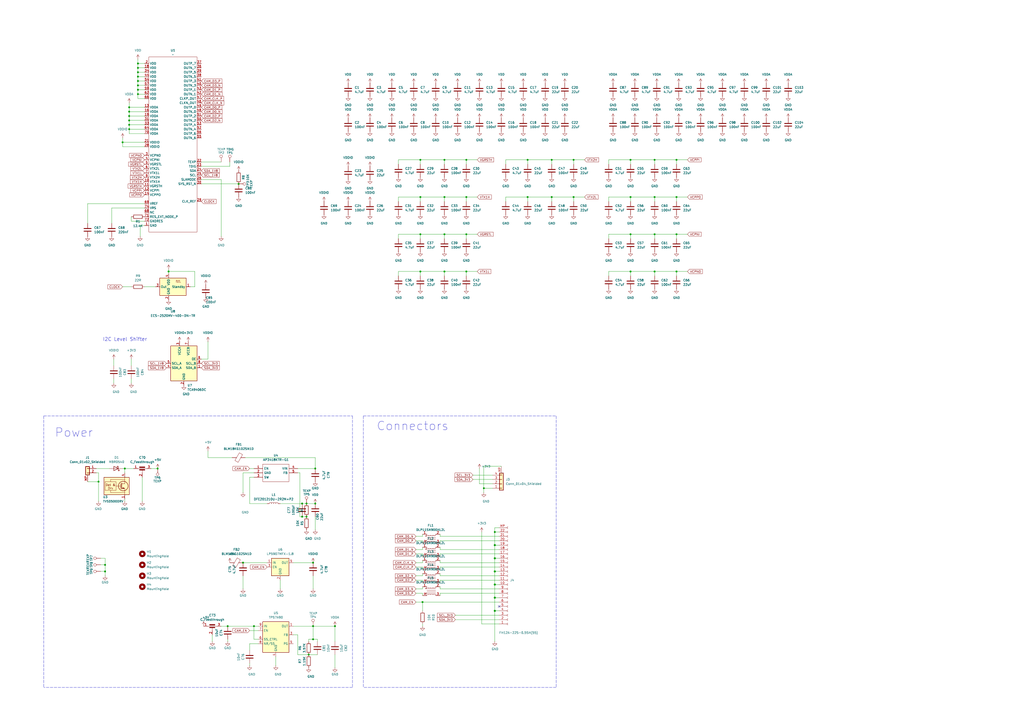
<source format=kicad_sch>
(kicad_sch (version 20231120) (generator "eeschema") (generator_version "8.0")
  (paper "A2")
  (title_block (title "GMAX4002 Breakout") (rev "V1.0") (company "WillWhang"))
  (lib_symbols
    (symbol "AP3418KTR-G1:AP3418KTR-G1" (pin_names (offset 0.762))
      (property "Reference" "PS" (at 21.59 7.62 0))
      (property "Value" "AP3418KTR-G1" (at 21.59 5.08 0))
      (symbol "AP3418KTR-G1_0_0"
        (pin passive line (at 0 0 0) (length 5.08) (name "EN") (number "1"))
        (pin passive line (at 0 -2.54 0) (length 5.08) (name "GND") (number "2"))
        (pin passive line (at 0 -5.08 0) (length 5.08) (name "SW") (number "3"))
        (pin passive line (at 25.4 0 180) (length 5.08) (name "VIN") (number "4"))
        (pin passive line (at 25.4 -2.54 180) (length 5.08) (name "FB") (number "5"))
      )
    )
    (symbol "Connector:Conn_01x22_Female" (pin_names hide)
      (property "Reference" "J2" (at -22.86 -29.21 0))
      (property "Value" "FH12A-22S-0.5SH(55)" (at -5.08 30.48 0))
      (symbol "Conn_01x22_Female_1_1"
        (pin passive line (at -5.08 25.4 0) (length 3.81) (name "Pin_1") (number "1"))
        (pin passive line (at -5.08 2.54 0) (length 3.81) (name "Pin_10") (number "10"))
        (pin passive line (at -5.08 0 0) (length 3.81) (name "Pin_11") (number "11"))
        (pin passive line (at -5.08 -2.54 0) (length 3.81) (name "Pin_12") (number "12"))
        (pin passive line (at -5.08 -5.08 0) (length 3.81) (name "Pin_13") (number "13"))
        (pin passive line (at -5.08 -7.62 0) (length 3.81) (name "Pin_14") (number "14"))
        (pin passive line (at -5.08 -10.16 0) (length 3.81) (name "Pin_15") (number "15"))
        (pin passive line (at -5.08 -12.7 0) (length 3.81) (name "Pin_16") (number "16"))
        (pin passive line (at -5.08 -15.24 0) (length 3.81) (name "Pin_17") (number "17"))
        (pin passive line (at -5.08 -17.78 0) (length 3.81) (name "Pin_18") (number "18"))
        (pin passive line (at -5.08 -20.32 0) (length 3.81) (name "Pin_19") (number "19"))
        (pin passive line (at -5.08 22.86 0) (length 3.81) (name "Pin_2") (number "2"))
        (pin passive line (at -5.08 -22.86 0) (length 3.81) (name "Pin_20") (number "20"))
        (pin passive line (at -5.08 -25.4 0) (length 3.81) (name "Pin_21") (number "21"))
        (pin passive line (at -5.08 -27.94 0) (length 3.81) (name "Pin_22") (number "22"))
        (pin passive line (at -5.08 20.32 0) (length 3.81) (name "Pin_3") (number "3"))
        (pin passive line (at -5.08 17.78 0) (length 3.81) (name "Pin_4") (number "4"))
        (pin passive line (at -5.08 15.24 0) (length 3.81) (name "Pin_5") (number "5"))
        (pin passive line (at -5.08 12.7 0) (length 3.81) (name "Pin_6") (number "6"))
        (pin passive line (at -5.08 10.16 0) (length 3.81) (name "Pin_7") (number "7"))
        (pin passive line (at -5.08 7.62 0) (length 3.81) (name "Pin_8") (number "8"))
        (pin passive line (at -5.08 5.08 0) (length 3.81) (name "Pin_9") (number "9"))
        (pin passive line (at -5.08 -30.48 0) (length 3.81) (name "MP") (number "MP"))
      )
    )
    (symbol "Connector:TestPoint" (pin_numbers hide) (pin_names (offset 0.762) hide)
      (property "Reference" "TP" (at 0 6.858 0))
      (property "Value" "TestPoint" (at 0 5.08 0))
      (symbol "TestPoint_1_1"
        (pin passive line (at 0 0 90) (length 2.54) (name "1") (number "1"))
      )
    )
    (symbol "Connector_Generic_Shielded:Conn_01x02_Shielded" (pin_names (offset 1.016) hide)
      (property "Reference" "J?" (at 2.54 0.0001 0))
      (property "Value" "Conn_01x02_Shielded" (at 2.54 -2.5399 0))
      (symbol "Conn_01x02_Shielded_1_1"
        (pin passive line (at -5.08 0 0) (length 4.064) (name "Pin_1") (number "1"))
        (pin passive line (at -5.08 -2.54 0) (length 4.064) (name "Pin_2") (number "2"))
        (pin passive line (at 0 -7.62 90) (length 3.81) (name "Shield") (number "MP"))
      )
    )
    (symbol "Connector_Generic_Shielded:Conn_01x04_Shielded" (pin_names (offset 1.016) hide)
      (property "Reference" "J?" (at 2.54 0.0001 0))
      (property "Value" "Conn_01x04_Shielded" (at 2.54 -2.5399 0))
      (symbol "Conn_01x04_Shielded_1_1"
        (pin passive line (at -5.08 2.54 0) (length 4.064) (name "Pin_1") (number "1"))
        (pin passive line (at -5.08 0 0) (length 4.064) (name "Pin_2") (number "2"))
        (pin passive line (at -5.08 -2.54 0) (length 4.064) (name "Pin_3") (number "3"))
        (pin passive line (at -5.08 -5.08 0) (length 4.064) (name "Pin_4") (number "4"))
        (pin passive line (at 0 -10.16 90) (length 3.81) (name "Shield") (number "MP"))
      )
    )
    (symbol "Device:C" (pin_numbers hide) (pin_names (offset 0.254))
      (property "Reference" "C" (at 0.635 2.54 0))
      (property "Value" "C" (at 0.635 -2.54 0))
      (symbol "C_1_1"
        (pin passive line (at 0 3.81 270) (length 2.794) (name "~") (number "1"))
        (pin passive line (at 0 -3.81 90) (length 2.794) (name "~") (number "2"))
      )
    )
    (symbol "Device:C_Feedthrough" (pin_names (offset 0.254) hide)
      (property "Reference" "C" (at 0 7.62 0))
      (property "Value" "C_Feedthrough" (at 0 5.715 0))
      (symbol "C_Feedthrough_1_1"
        (pin passive line (at -5.08 2.54 0) (length 2.54) (name "1") (number "1"))
        (pin passive line (at 0 -2.54 90) (length 2.54) (name "2") (number "2"))
        (pin passive line (at 5.08 2.54 180) (length 2.54) (name "3") (number "3"))
      )
    )
    (symbol "Device:FerriteBead" (pin_numbers hide) (pin_names (offset 0))
      (property "Reference" "FB" (at -3.81 0.635 90))
      (property "Value" "FerriteBead" (at 3.81 0 90))
      (symbol "FerriteBead_1_1"
        (pin passive line (at 0 3.81 270) (length 2.54) (name "~") (number "1"))
        (pin passive line (at 0 -3.81 90) (length 2.54) (name "~") (number "2"))
      )
    )
    (symbol "Device:L" (pin_numbers hide) (pin_names (offset 1.016) hide)
      (property "Reference" "L" (at -1.27 0 90))
      (property "Value" "L" (at 1.905 0 90))
      (symbol "L_1_1"
        (pin passive line (at 0 3.81 270) (length 1.27) (name "1") (number "1"))
        (pin passive line (at 0 -3.81 90) (length 1.27) (name "2") (number "2"))
      )
    )
    (symbol "Device:R" (pin_numbers hide) (pin_names (offset 0))
      (property "Reference" "R" (at 2.032 0 90))
      (property "Value" "R" (at 0 0 90))
      (symbol "R_1_1"
        (pin passive line (at 0 3.81 270) (length 1.27) (name "~") (number "1"))
        (pin passive line (at 0 -3.81 90) (length 1.27) (name "~") (number "2"))
      )
    )
    (symbol "Diode:MBR0540" (pin_numbers hide) (pin_names (offset 1.016) hide)
      (property "Reference" "D" (at 0 2.54 0))
      (property "Value" "MBR0540" (at 0 -2.54 0))
      (symbol "MBR0540_1_1"
        (pin passive line (at -3.81 0 0) (length 2.54) (name "K") (number "1"))
        (pin passive line (at 3.81 0 180) (length 2.54) (name "A") (number "2"))
      )
    )
    (symbol "Filter_EMI_LL_1" (pin_names (offset 0.254) hide)
      (property "Reference" "FL1" (at -0.381 7.62 0))
      (property "Value" "Filter_EMI_LL_1" (at -0.381 5.08 0))
      (symbol "Filter_EMI_LL_1_1_1"
        (pin passive line (at -5.08 2.54 0) (length 2.54) (name "1") (number "1"))
        (pin passive line (at 5.08 2.54 180) (length 2.54) (name "2") (number "2"))
        (pin passive line (at 5.08 -2.54 180) (length 2.54) (name "3") (number "3"))
        (pin passive line (at -5.08 -2.54 0) (length 2.54) (name "4") (number "4"))
      )
    )
    (symbol "GMAX4002:GMAX4002"
      (property "Reference" "U" (at 0 0 0))
      (symbol "GMAX4002_1_1"
        (pin input line (at -16.51 -48.26 0) (length 2.54) (name "GND") (number "1"))
        (pin input line (at -16.51 -22.86 0) (length 2.54) (name "VTX1H") (number "10"))
        (pin input line (at -16.51 -25.4 0) (length 2.54) (name "VGRSTH") (number "11"))
        (pin input line (at -16.51 -27.94 0) (length 2.54) (name "VCPPI") (number "12"))
        (pin input line (at -16.51 20.32 0) (length 2.54) (name "VDDA") (number "13"))
        (pin input line (at -16.51 -30.48 0) (length 2.54) (name "VCPPO") (number "14"))
        (pin input line (at -16.51 -48.26 0) (length 2.54) hide (name "GNDA") (number "15"))
        (pin input line (at -16.51 17.78 0) (length 2.54) (name "VDDA") (number "16"))
        (pin input line (at -16.51 -48.26 0) (length 2.54) hide (name "GND") (number "17"))
        (pin input line (at -16.51 43.18 0) (length 2.54) (name "VDD") (number "18"))
        (pin input line (at -16.51 15.24 0) (length 2.54) (name "VDDA") (number "19"))
        (pin input line (at -16.51 45.72 0) (length 2.54) (name "VDD") (number "2"))
        (pin input line (at -16.51 -48.26 0) (length 2.54) hide (name "GND") (number "20"))
        (pin input line (at -16.51 0 0) (length 2.54) (name "VDDIO") (number "21"))
        (pin input line (at 16.51 -11.43 180) (length 2.54) (name "TEXP") (number "22"))
        (pin input line (at 16.51 -13.97 180) (length 2.54) (name "TDIG") (number "23"))
        (pin input line (at 16.51 -16.51 180) (length 2.54) (name "SDA") (number "24"))
        (pin input line (at 16.51 -19.05 180) (length 2.54) (name "SCL") (number "25"))
        (pin input line (at 16.51 -21.59 180) (length 2.54) (name "SLAMODE") (number "26"))
        (pin input line (at -16.51 -48.26 0) (length 2.54) hide (name "GNDA") (number "27"))
        (pin input line (at -16.51 -2.54 0) (length 2.54) (name "VDDIO") (number "28"))
        (pin input line (at 16.51 -34.29 180) (length 2.54) (name "CLK_REF") (number "29"))
        (pin input line (at -16.51 -7.62 0) (length 2.54) (name "VCPNO") (number "3"))
        (pin input line (at 16.51 -24.13 180) (length 2.54) (name "SYS_RST_N") (number "30"))
        (pin input line (at -16.51 12.7 0) (length 2.54) (name "VDDA") (number "31"))
        (pin input line (at -16.51 -48.26 0) (length 2.54) hide (name "GNDA") (number "32"))
        (pin input line (at -16.51 10.16 0) (length 2.54) (name "VDDA") (number "33"))
        (pin input line (at -16.51 40.64 0) (length 2.54) (name "VDD") (number "34"))
        (pin input line (at -16.51 -48.26 0) (length 2.54) hide (name "GND") (number "35"))
        (pin input line (at 16.51 43.18 180) (length 2.54) (name "OUTN_7") (number "36"))
        (pin input line (at 16.51 45.72 180) (length 2.54) (name "OUTP_7") (number "37"))
        (pin input line (at 16.51 38.1 180) (length 2.54) (name "OUTN_5") (number "38"))
        (pin input line (at 16.51 40.64 180) (length 2.54) (name "OUTP_5") (number "39"))
        (pin input line (at -16.51 -10.16 0) (length 2.54) (name "VCPNI") (number "4"))
        (pin input line (at 16.51 33.02 180) (length 2.54) (name "OUTN_3") (number "40"))
        (pin input line (at 16.51 35.56 180) (length 2.54) (name "OUTP_3") (number "41"))
        (pin input line (at 16.51 27.94 180) (length 2.54) (name "OUTN_1") (number "42"))
        (pin input line (at 16.51 30.48 180) (length 2.54) (name "OUTP_1") (number "43"))
        (pin input line (at -16.51 38.1 0) (length 2.54) (name "VDD") (number "44"))
        (pin input line (at -16.51 -48.26 0) (length 2.54) hide (name "GND") (number "45"))
        (pin input line (at 16.51 22.86 180) (length 2.54) (name "CLKN_OUT") (number "46"))
        (pin input line (at 16.51 25.4 180) (length 2.54) (name "CLKP_OUT") (number "47"))
        (pin input line (at 16.51 17.78 180) (length 2.54) (name "OUTN_0") (number "48"))
        (pin input line (at 16.51 20.32 180) (length 2.54) (name "OUTP_0") (number "49"))
        (pin input line (at -16.51 -12.7 0) (length 2.54) (name "VGRSTL") (number "5"))
        (pin input line (at 16.51 12.7 180) (length 2.54) (name "OUTN_2") (number "50"))
        (pin input line (at 16.51 15.24 180) (length 2.54) (name "OUTP_2") (number "51"))
        (pin input line (at 16.51 7.62 180) (length 2.54) (name "OUTN_4") (number "52"))
        (pin input line (at 16.51 10.16 180) (length 2.54) (name "OUTP_4") (number "53"))
        (pin input line (at -16.51 35.56 0) (length 2.54) (name "VDD") (number "54"))
        (pin input line (at 16.51 2.54 180) (length 2.54) (name "OUTN_6") (number "55"))
        (pin input line (at 16.51 5.08 180) (length 2.54) (name "OUTP_6") (number "56"))
        (pin input line (at -16.51 33.02 0) (length 2.54) (name "VDD") (number "57"))
        (pin input line (at -16.51 -48.26 0) (length 2.54) hide (name "GND") (number "58"))
        (pin input line (at -16.51 30.48 0) (length 2.54) (name "VDD") (number "59"))
        (pin input line (at -16.51 -15.24 0) (length 2.54) (name "VTX2L") (number "6"))
        (pin input line (at -16.51 -48.26 0) (length 2.54) hide (name "GND") (number "60"))
        (pin input line (at -16.51 -48.26 0) (length 2.54) hide (name "GNDA") (number "61"))
        (pin input line (at -16.51 27.94 0) (length 2.54) (name "VDD") (number "62"))
        (pin input line (at -16.51 -48.26 0) (length 2.54) hide (name "GND") (number "63"))
        (pin input line (at -16.51 7.62 0) (length 2.54) (name "VDDA") (number "64"))
        (pin input line (at -16.51 -48.26 0) (length 2.54) hide (name "GNDA") (number "65"))
        (pin input line (at -16.51 25.4 0) (length 2.54) (name "VDD") (number "66"))
        (pin input line (at -16.51 -48.26 0) (length 2.54) hide (name "GND") (number "67"))
        (pin input line (at -16.51 -40.64 0) (length 2.54) (name "NC") (number "68"))
        (pin input line (at -16.51 -35.56 0) (length 2.54) (name "VREF") (number "69"))
        (pin input line (at -16.51 -17.78 0) (length 2.54) (name "VTX1L") (number "7"))
        (pin input line (at -16.51 5.08 0) (length 2.54) (name "VDDA") (number "70"))
        (pin input line (at -16.51 -43.18 0) (length 2.54) (name "RES_EXT_NODE_P") (number "71"))
        (pin input line (at -16.51 -45.72 0) (length 2.54) (name "GNDRES") (number "72"))
        (pin input line (at -16.51 -48.26 0) (length 2.54) hide (name "GNDA") (number "73"))
        (pin input line (at -16.51 -38.1 0) (length 2.54) (name "VRS") (number "74"))
        (pin input line (at -16.51 -48.26 0) (length 2.54) hide (name "GNDA") (number "8"))
        (pin input line (at -16.51 -20.32 0) (length 2.54) (name "VTX2H") (number "9"))
      )
    )
    (symbol "Interface:TCA9406DC"
      (property "Reference" "U" (at -7.62 11.43 0))
      (property "Value" "TCA9406DC" (at 5.08 11.43 0))
      (symbol "TCA9406DC_1_1"
        (pin bidirectional line (at 10.16 -2.54 180) (length 2.54) (name "SDA_B") (number "1"))
        (pin power_in line (at 0 -12.7 90) (length 2.54) (name "GND") (number "2"))
        (pin power_in line (at -2.54 12.7 270) (length 2.54) (name "VCCA") (number "3"))
        (pin bidirectional line (at -10.16 -2.54 0) (length 2.54) (name "SDA_A") (number "4"))
        (pin bidirectional line (at -10.16 0 0) (length 2.54) (name "SCL_A") (number "5"))
        (pin input line (at 10.16 2.54 180) (length 2.54) (name "OE") (number "6"))
        (pin power_in line (at 2.54 12.7 270) (length 2.54) (name "VCCB") (number "7"))
        (pin bidirectional line (at 10.16 0 180) (length 2.54) (name "SCL_B") (number "8"))
      )
    )
    (symbol "Mechanical:MountingHole" (pin_names (offset 1.016))
      (property "Reference" "H" (at 0 5.08 0))
      (property "Value" "MountingHole" (at 0 3.175 0))
    )
    (symbol "Oscillator:ASDMB-xxxMHz"
      (property "Reference" "U" (at -6.35 6.35 0))
      (property "Value" "ASDMB-xxxMHz" (at 11.43 6.35 0))
      (symbol "ASDMB-xxxMHz_1_1"
        (pin input line (at -10.16 0 0) (length 2.54) (name "Standby") (number "1"))
        (pin power_in line (at 2.54 -7.62 90) (length 2.54) (name "GND") (number "2"))
        (pin output line (at 10.16 0 180) (length 2.54) (name "Out") (number "3"))
        (pin power_in line (at 2.54 7.62 270) (length 2.54) (name "VDD") (number "4"))
      )
    )
    (symbol "Power_Protection:TVS0500DRV" (pin_names (offset 0) hide)
      (property "Reference" "U" (at 2.54 1.27 0))
      (property "Value" "TVS0500DRV" (at 2.54 -1.27 0))
      (symbol "TVS0500DRV_0_0"
        (text "Det &" (at -8.255 0.635 0) (effects (font (size 1.27 1.27))))
        (text "Drv" (at -8.255 -1.27 0) (effects (font (size 1.27 1.27))))
      )
      (symbol "TVS0500DRV_1_1"
        (pin power_in line (at 0 -7.62 90) (length 2.54) (name "GND") (number "1"))
        (pin power_in line (at 0 -7.62 90) (length 2.54) hide (name "GND") (number "2"))
        (pin power_in line (at 0 -7.62 90) (length 2.54) hide (name "GND") (number "3"))
        (pin passive line (at 0 7.62 270) (length 2.54) (name "IN") (number "4"))
        (pin passive line (at 0 7.62 270) (length 2.54) hide (name "IN") (number "5"))
        (pin passive line (at 0 7.62 270) (length 2.54) hide (name "IN") (number "6"))
        (pin power_in line (at 0 -7.62 90) (length 2.54) hide (name "GND") (number "7"))
      )
    )
    (symbol "Regulator_Linear:LP5907MFX-1.8"
      (property "Reference" "U" (at -3.81 6.35 0))
      (property "Value" "LP5907MFX-1.8" (at 6.35 6.35 0))
      (symbol "LP5907MFX-1.8_0_1"
        (pin power_in line (at -7.62 2.54 0) (length 2.54) (name "IN") (number "1"))
        (pin power_in line (at 0 -7.62 90) (length 2.54) (name "GND") (number "2"))
        (pin input line (at -7.62 0 0) (length 2.54) (name "EN") (number "3"))
        (pin no_connect line (at 5.08 0 180) (length 2.54) hide (name "NC") (number "4"))
        (pin power_out line (at 7.62 2.54 180) (length 2.54) (name "OUT") (number "5"))
      )
    )
    (symbol "Regulator_Linear:TPS7A90"
      (property "Reference" "U" (at -6.35 11.43 0))
      (property "Value" "TPS7A90" (at 3.81 11.43 0))
      (symbol "TPS7A90_1_1"
        (pin power_out line (at 10.16 7.62 180) (length 2.54) (name "OUT") (number "1"))
        (pin passive line (at -10.16 7.62 0) (length 2.54) hide (name "IN") (number "10"))
        (pin passive line (at 0 -10.16 90) (length 2.54) hide (name "GND") (number "11"))
        (pin passive line (at 10.16 7.62 180) (length 2.54) hide (name "OUT") (number "2"))
        (pin input line (at 10.16 2.54 180) (length 2.54) (name "FB") (number "3"))
        (pin power_in line (at 0 -10.16 90) (length 2.54) (name "GND") (number "4"))
        (pin open_collector line (at 10.16 -2.54 180) (length 2.54) (name "PG") (number "5"))
        (pin input line (at -10.16 0 0) (length 2.54) (name "SS_CTRL") (number "6"))
        (pin input line (at -10.16 5.08 0) (length 2.54) (name "EN") (number "7"))
        (pin passive line (at -10.16 -2.54 0) (length 2.54) (name "NR/SS") (number "8"))
        (pin power_in line (at -10.16 7.62 0) (length 2.54) (name "IN") (number "9"))
      )
    )
    (symbol "power:+3.3V" (power) (pin_names (offset 0))
      (property "Value" "+3.3V" (at 0 3.556 0))
      (symbol "+3.3V_1_1"
        (pin power_in line (at 0 0 90) (length 0) hide (name "+3V3") (number "1"))
      )
    )
    (symbol "power:+5V" (power) (pin_names (offset 0))
      (property "Value" "+5V" (at 0 3.556 0))
      (symbol "+5V_1_1"
        (pin power_in line (at 0 0 90) (length 0) hide (name "+5V") (number "1"))
      )
    )
    (symbol "power:GND" (power) (pin_numbers hide) (pin_names (offset 0) hide)
      (property "Value" "GND" (at 0 -3.81 0))
      (symbol "GND_1_1"
        (pin power_in line (at 0 0 270) (length 0) (name "~") (number "1"))
      )
    )
    (symbol "power:VDD" (power) (pin_numbers hide) (pin_names (offset 0) hide)
      (property "Value" "VDD" (at 0 3.556 0))
      (symbol "VDD_1_1"
        (pin power_in line (at 0 0 90) (length 0) (name "~") (number "1"))
      )
    )
    (symbol "power:VDDA" (power) (pin_numbers hide) (pin_names (offset 0) hide)
      (property "Value" "VDDA" (at 0 3.556 0))
      (symbol "VDDA_1_1"
        (pin power_in line (at 0 0 90) (length 0) (name "~") (number "1"))
      )
    )
    (symbol "power:VDDIO" (power) (pin_numbers hide) (pin_names (offset 0) hide)
      (property "Value" "VDDIO" (at 0 3.556 0))
      (symbol "VDDIO_1_1"
        (pin power_in line (at 0 0 90) (length 0) (name "~") (number "1"))
      )
    )
  )
  (junction (at 91.44 271.78))
  (junction (at 182.88 292.1))
  (junction (at 177.8 292.1))
  (junction (at 320.04 92.71))
  (junction (at 270.51 114.3))
  (junction (at 332.74 92.71))
  (junction (at 332.74 114.3))
  (junction (at 287.02 331.47) (diameter 1.016))
  (junction (at 74.93 62.23))
  (junction (at 71.12 82.55))
  (junction (at 270.51 157.48))
  (junction (at 257.81 92.71))
  (junction (at 80.01 39.37))
  (junction (at 257.81 114.3))
  (junction (at 74.93 72.39))
  (junction (at 287.02 346.71) (diameter 1.016))
  (junction (at 74.93 64.77))
  (junction (at 80.01 41.91))
  (junction (at 74.93 74.93))
  (junction (at 257.81 135.89))
  (junction (at 97.79 157.48))
  (junction (at 80.01 49.53))
  (junction (at 182.88 271.78))
  (junction (at 132.08 363.22))
  (junction (at 287.02 323.85) (diameter 1.016))
  (junction (at 379.73 135.89))
  (junction (at 270.51 135.89))
  (junction (at 392.43 114.3))
  (junction (at 245.11 349.25))
  (junction (at 287.02 316.23) (diameter 1.016))
  (junction (at 365.76 92.71))
  (junction (at 80.01 54.61))
  (junction (at 243.84 92.71))
  (junction (at 320.04 114.3))
  (junction (at 80.01 46.99))
  (junction (at 306.07 114.3))
  (junction (at 57.15 279.4))
  (junction (at 74.93 69.85))
  (junction (at 392.43 135.89))
  (junction (at 306.07 92.71))
  (junction (at 72.39 271.78))
  (junction (at 80.01 36.83))
  (junction (at 392.43 92.71))
  (junction (at 179.07 379.73))
  (junction (at 392.43 157.48))
  (junction (at 138.43 106.68))
  (junction (at 379.73 157.48))
  (junction (at 60.96 327.66))
  (junction (at 270.51 92.71))
  (junction (at 243.84 114.3))
  (junction (at 379.73 92.71))
  (junction (at 194.31 363.22))
  (junction (at 243.84 157.48))
  (junction (at 140.97 326.39))
  (junction (at 379.73 114.3))
  (junction (at 181.61 370.84))
  (junction (at 257.81 157.48))
  (junction (at 287.02 308.61))
  (junction (at 181.61 363.22))
  (junction (at 175.26 292.1))
  (junction (at 287.02 354.33) (diameter 1.016))
  (junction (at 280.67 283.21))
  (junction (at 365.76 135.89))
  (junction (at 365.76 157.48))
  (junction (at 243.84 135.89))
  (junction (at 287.02 339.09) (diameter 1.016))
  (junction (at 181.61 326.39))
  (junction (at 175.26 299.72))
  (junction (at 60.96 331.47))
  (junction (at 80.01 52.07))
  (junction (at 80.01 44.45))
  (junction (at 74.93 67.31))
  (junction (at 365.76 114.3))
  (junction (at 177.8 299.72))
  (junction (at 147.32 363.22))
  (no_connect (at 289.56 351.79))
  (wire (pts (xy 123.19 368.3) (xy 123.19 372.11)))
  (wire (pts (xy 245.11 341.63) (xy 245.11 340.36)))
  (wire (pts (xy 392.43 135.89) (xy 398.78 135.89)))
  (wire (pts (xy 116.84 93.98) (xy 128.27 93.98)))
  (wire (pts (xy 255.27 311.15) (xy 289.56 311.15)))
  (wire (pts (xy 287.02 331.47) (xy 289.56 331.47)))
  (wire (pts (xy 379.73 135.89) (xy 379.73 138.43)))
  (wire (pts (xy 80.01 57.15) (xy 80.01 54.61)))
  (wire (pts (xy 365.76 157.48) (xy 379.73 157.48)))
  (wire (pts (xy 50.8 118.11) (xy 50.8 129.54)))
  (wire (pts (xy 128.27 363.22) (xy 132.08 363.22)))
  (wire (pts (xy 255.27 334.01) (xy 289.56 334.01)))
  (wire (pts (xy 66.04 219.71) (xy 66.04 222.25)))
  (wire (pts (xy 50.8 279.4) (xy 57.15 279.4)))
  (wire (pts (xy 116.84 106.68) (xy 138.43 106.68)))
  (wire (pts (xy 72.39 289.56) (xy 72.39 290.83)))
  (wire (pts (xy 257.81 92.71) (xy 270.51 92.71)))
  (wire (pts (xy 81.28 130.81) (xy 81.28 137.16)))
  (wire (pts (xy 270.51 92.71) (xy 270.51 95.25)))
  (wire (pts (xy 245.11 336.55) (xy 245.11 337.82)))
  (wire (pts (xy 306.07 114.3) (xy 306.07 116.84)))
  (wire (pts (xy 353.06 114.3) (xy 365.76 114.3)))
  (wire (pts (xy 241.3 344.17) (xy 245.11 344.17)))
  (wire (pts (xy 320.04 114.3) (xy 320.04 116.84)))
  (wire (pts (xy 293.37 114.3) (xy 306.07 114.3)))
  (wire (pts (xy 231.14 138.43) (xy 231.14 135.89)))
  (wire (pts (xy 289.56 306.07) (xy 287.02 306.07)))
  (polyline (pts (xy 204.47 241.3) (xy 204.47 398.78)) (stroke (width 0) (type dash)))
  (wire (pts (xy 80.01 52.07) (xy 80.01 49.53)))
  (wire (pts (xy 173.99 274.32) (xy 172.72 274.32)))
  (wire (pts (xy 132.08 363.22) (xy 147.32 363.22)))
  (wire (pts (xy 245.11 349.25) (xy 289.56 349.25)))
  (wire (pts (xy 162.56 292.1) (xy 175.26 292.1)))
  (wire (pts (xy 82.55 276.86) (xy 82.55 290.83)))
  (wire (pts (xy 231.14 116.84) (xy 231.14 114.3)))
  (wire (pts (xy 113.03 166.37) (xy 113.03 157.48)))
  (wire (pts (xy 147.32 271.78) (xy 144.78 271.78)))
  (wire (pts (xy 365.76 92.71) (xy 365.76 95.25)))
  (wire (pts (xy 72.39 271.78) (xy 72.39 274.32)))
  (wire (pts (xy 97.79 157.48) (xy 97.79 158.75)))
  (wire (pts (xy 289.56 308.61) (xy 287.02 308.61)))
  (wire (pts (xy 332.74 114.3) (xy 332.74 116.84)))
  (wire (pts (xy 255.27 321.31) (xy 255.27 322.58)))
  (wire (pts (xy 264.16 356.87) (xy 289.56 356.87)))
  (wire (pts (xy 353.06 95.25) (xy 353.06 92.71)))
  (wire (pts (xy 285.75 280.67) (xy 278.13 280.67)))
  (wire (pts (xy 392.43 157.48) (xy 392.43 160.02)))
  (wire (pts (xy 306.07 92.71) (xy 320.04 92.71)))
  (wire (pts (xy 80.01 46.99) (xy 83.82 46.99)))
  (wire (pts (xy 255.27 332.74) (xy 255.27 334.01)))
  (wire (pts (xy 241.3 341.63) (xy 245.11 341.63)))
  (wire (pts (xy 245.11 311.15) (xy 245.11 309.88)))
  (wire (pts (xy 257.81 135.89) (xy 270.51 135.89)))
  (wire (pts (xy 290.83 270.51) (xy 280.67 270.51)))
  (wire (pts (xy 173.99 274.32) (xy 173.99 299.72)))
  (wire (pts (xy 264.16 359.41) (xy 289.56 359.41)))
  (wire (pts (xy 255.27 344.17) (xy 255.27 345.44)))
  (wire (pts (xy 255.27 321.31) (xy 289.56 321.31)))
  (wire (pts (xy 287.02 323.85) (xy 289.56 323.85)))
  (wire (pts (xy 132.08 370.84) (xy 132.08 372.11)))
  (wire (pts (xy 74.93 69.85) (xy 83.82 69.85)))
  (wire (pts (xy 71.12 166.37) (xy 76.2 166.37)))
  (wire (pts (xy 194.31 379.73) (xy 194.31 387.35)))
  (wire (pts (xy 379.73 114.3) (xy 392.43 114.3)))
  (wire (pts (xy 392.43 92.71) (xy 398.78 92.71)))
  (wire (pts (xy 83.82 166.37) (xy 90.17 166.37)))
  (wire (pts (xy 280.67 283.21) (xy 280.67 285.75)))
  (wire (pts (xy 80.01 54.61) (xy 83.82 54.61)))
  (wire (pts (xy 287.02 323.85) (xy 287.02 331.47)))
  (wire (pts (xy 287.02 316.23) (xy 289.56 316.23)))
  (wire (pts (xy 80.01 49.53) (xy 80.01 46.99)))
  (wire (pts (xy 182.88 299.72) (xy 182.88 307.34)))
  (wire (pts (xy 74.93 67.31) (xy 83.82 67.31)))
  (wire (pts (xy 71.12 271.78) (xy 72.39 271.78)))
  (wire (pts (xy 179.07 372.11) (xy 179.07 370.84)))
  (wire (pts (xy 353.06 116.84) (xy 353.06 114.3)))
  (wire (pts (xy 71.12 80.01) (xy 71.12 82.55)))
  (polyline (pts (xy 210.82 241.3) (xy 322.58 241.3)) (stroke (width 0) (type dash)))
  (wire (pts (xy 179.07 379.73) (xy 184.15 379.73)))
  (polyline (pts (xy 322.58 241.3) (xy 322.58 398.78)) (stroke (width 0) (type dash)))
  (wire (pts (xy 392.43 114.3) (xy 398.78 114.3)))
  (wire (pts (xy 74.93 64.77) (xy 74.93 62.23)))
  (wire (pts (xy 243.84 135.89) (xy 243.84 138.43)))
  (wire (pts (xy 243.84 92.71) (xy 243.84 95.25)))
  (wire (pts (xy 392.43 114.3) (xy 392.43 116.84)))
  (wire (pts (xy 245.11 345.44) (xy 245.11 344.17)))
  (wire (pts (xy 58.42 331.47) (xy 60.96 331.47)))
  (wire (pts (xy 142.24 265.43) (xy 182.88 265.43)))
  (wire (pts (xy 255.27 328.93) (xy 289.56 328.93)))
  (wire (pts (xy 241.3 321.31) (xy 245.11 321.31)))
  (wire (pts (xy 128.27 104.14) (xy 128.27 137.16)))
  (wire (pts (xy 97.79 156.21) (xy 97.79 157.48)))
  (wire (pts (xy 181.61 334.01) (xy 181.61 341.63)))
  (wire (pts (xy 243.84 92.71) (xy 257.81 92.71)))
  (wire (pts (xy 76.2 128.27) (xy 76.2 125.73)))
  (wire (pts (xy 55.88 274.32) (xy 57.15 274.32)))
  (wire (pts (xy 66.04 208.28) (xy 66.04 212.09)))
  (wire (pts (xy 279.4 308.61) (xy 279.4 361.95)))
  (wire (pts (xy 74.93 74.93) (xy 74.93 72.39)))
  (wire (pts (xy 140.97 274.32) (xy 147.32 274.32)))
  (wire (pts (xy 147.32 276.86) (xy 144.78 276.86)))
  (wire (pts (xy 255.27 311.15) (xy 255.27 309.88)))
  (wire (pts (xy 147.32 363.22) (xy 149.86 363.22)))
  (polyline (pts (xy 25.4 241.3) (xy 25.4 398.78)) (stroke (width 0) (type dash)))
  (polyline (pts (xy 322.58 398.78) (xy 210.82 398.78)) (stroke (width 0) (type dash)))
  (wire (pts (xy 289.56 361.95) (xy 279.4 361.95)))
  (wire (pts (xy 144.78 373.38) (xy 149.86 373.38)))
  (wire (pts (xy 241.3 336.55) (xy 245.11 336.55)))
  (wire (pts (xy 144.78 276.86) (xy 144.78 292.1)))
  (wire (pts (xy 287.02 354.33) (xy 289.56 354.33)))
  (wire (pts (xy 379.73 157.48) (xy 392.43 157.48)))
  (wire (pts (xy 353.06 138.43) (xy 353.06 135.89)))
  (wire (pts (xy 60.96 331.47) (xy 60.96 334.01)))
  (wire (pts (xy 231.14 114.3) (xy 243.84 114.3)))
  (wire (pts (xy 74.93 62.23) (xy 83.82 62.23)))
  (wire (pts (xy 287.02 306.07) (xy 287.02 308.61)))
  (wire (pts (xy 74.93 67.31) (xy 74.93 64.77)))
  (wire (pts (xy 116.84 208.28) (xy 120.65 208.28)))
  (wire (pts (xy 80.01 39.37) (xy 83.82 39.37)))
  (wire (pts (xy 80.01 39.37) (xy 80.01 36.83)))
  (wire (pts (xy 76.2 208.28) (xy 76.2 212.09)))
  (wire (pts (xy 57.15 274.32) (xy 57.15 279.4)))
  (wire (pts (xy 83.82 82.55) (xy 71.12 82.55)))
  (wire (pts (xy 74.93 74.93) (xy 83.82 74.93)))
  (wire (pts (xy 293.37 95.25) (xy 293.37 92.71)))
  (wire (pts (xy 243.84 157.48) (xy 243.84 160.02)))
  (wire (pts (xy 365.76 92.71) (xy 379.73 92.71)))
  (wire (pts (xy 270.51 135.89) (xy 276.86 135.89)))
  (wire (pts (xy 280.67 270.51) (xy 280.67 283.21)))
  (wire (pts (xy 306.07 92.71) (xy 306.07 95.25)))
  (wire (pts (xy 83.82 120.65) (xy 64.77 120.65)))
  (wire (pts (xy 80.01 46.99) (xy 80.01 44.45)))
  (wire (pts (xy 293.37 116.84) (xy 293.37 114.3)))
  (wire (pts (xy 353.06 157.48) (xy 365.76 157.48)))
  (wire (pts (xy 110.49 166.37) (xy 113.03 166.37)))
  (wire (pts (xy 379.73 92.71) (xy 379.73 95.25)))
  (wire (pts (xy 58.42 323.85) (xy 60.96 323.85)))
  (wire (pts (xy 353.06 92.71) (xy 365.76 92.71)))
  (wire (pts (xy 144.78 292.1) (xy 154.94 292.1)))
  (wire (pts (xy 147.32 363.22) (xy 147.32 370.84)))
  (wire (pts (xy 255.27 318.77) (xy 289.56 318.77)))
  (wire (pts (xy 392.43 92.71) (xy 392.43 95.25)))
  (wire (pts (xy 64.77 120.65) (xy 64.77 129.54)))
  (wire (pts (xy 257.81 114.3) (xy 257.81 116.84)))
  (wire (pts (xy 181.61 363.22) (xy 181.61 370.84)))
  (wire (pts (xy 160.02 381) (xy 160.02 386.08)))
  (wire (pts (xy 255.27 328.93) (xy 255.27 330.2)))
  (wire (pts (xy 80.01 36.83) (xy 80.01 34.29)))
  (wire (pts (xy 241.3 318.77) (xy 245.11 318.77)))
  (wire (pts (xy 332.74 114.3) (xy 339.09 114.3)))
  (wire (pts (xy 287.02 346.71) (xy 289.56 346.71)))
  (wire (pts (xy 243.84 114.3) (xy 243.84 116.84)))
  (wire (pts (xy 241.3 326.39) (xy 245.11 326.39)))
  (wire (pts (xy 231.14 157.48) (xy 243.84 157.48)))
  (wire (pts (xy 255.27 341.63) (xy 289.56 341.63)))
  (wire (pts (xy 231.14 135.89) (xy 243.84 135.89)))
  (wire (pts (xy 255.27 336.55) (xy 289.56 336.55)))
  (wire (pts (xy 241.3 313.69) (xy 245.11 313.69)))
  (wire (pts (xy 365.76 114.3) (xy 365.76 116.84)))
  (wire (pts (xy 74.93 64.77) (xy 83.82 64.77)))
  (wire (pts (xy 274.32 275.59) (xy 285.75 275.59)))
  (wire (pts (xy 255.27 336.55) (xy 255.27 337.82)))
  (wire (pts (xy 285.75 283.21) (xy 280.67 283.21)))
  (wire (pts (xy 80.01 54.61) (xy 80.01 52.07)))
  (wire (pts (xy 287.02 354.33) (xy 287.02 372.11)))
  (wire (pts (xy 245.11 328.93) (xy 245.11 330.2)))
  (wire (pts (xy 274.32 278.13) (xy 285.75 278.13)))
  (wire (pts (xy 332.74 92.71) (xy 332.74 95.25)))
  (wire (pts (xy 80.01 49.53) (xy 83.82 49.53)))
  (wire (pts (xy 120.65 265.43) (xy 120.65 261.62)))
  (wire (pts (xy 257.81 157.48) (xy 257.81 160.02)))
  (wire (pts (xy 320.04 114.3) (xy 332.74 114.3)))
  (wire (pts (xy 184.15 370.84) (xy 184.15 372.11)))
  (wire (pts (xy 379.73 92.71) (xy 392.43 92.71)))
  (wire (pts (xy 287.02 346.71) (xy 287.02 354.33)))
  (wire (pts (xy 55.88 271.78) (xy 63.5 271.78)))
  (wire (pts (xy 332.74 92.71) (xy 339.09 92.71)))
  (wire (pts (xy 270.51 157.48) (xy 270.51 160.02)))
  (wire (pts (xy 231.14 92.71) (xy 243.84 92.71)))
  (wire (pts (xy 140.97 326.39) (xy 154.94 326.39)))
  (wire (pts (xy 245.11 321.31) (xy 245.11 322.58)))
  (wire (pts (xy 241.3 349.25) (xy 245.11 349.25)))
  (wire (pts (xy 231.14 95.25) (xy 231.14 92.71)))
  (polyline (pts (xy 204.47 398.78) (xy 25.4 398.78)) (stroke (width 0) (type dash)))
  (wire (pts (xy 365.76 135.89) (xy 379.73 135.89)))
  (wire (pts (xy 245.11 361.95) (xy 245.11 363.22)))
  (wire (pts (xy 80.01 44.45) (xy 83.82 44.45)))
  (wire (pts (xy 287.02 339.09) (xy 287.02 346.71)))
  (wire (pts (xy 255.27 313.69) (xy 289.56 313.69)))
  (wire (pts (xy 87.63 271.78) (xy 91.44 271.78)))
  (wire (pts (xy 231.14 160.02) (xy 231.14 157.48)))
  (wire (pts (xy 255.27 341.63) (xy 255.27 340.36)))
  (wire (pts (xy 175.26 292.1) (xy 177.8 292.1)))
  (wire (pts (xy 182.88 265.43) (xy 182.88 271.78)))
  (polyline (pts (xy 25.4 241.3) (xy 204.47 241.3)) (stroke (width 0) (type dash)))
  (wire (pts (xy 74.93 72.39) (xy 74.93 69.85)))
  (polyline (pts (xy 210.82 241.3) (xy 210.82 398.78)) (stroke (width 0) (type dash)))
  (wire (pts (xy 116.84 104.14) (xy 128.27 104.14)))
  (wire (pts (xy 179.07 370.84) (xy 181.61 370.84)))
  (wire (pts (xy 57.15 279.4) (xy 57.15 290.83)))
  (wire (pts (xy 255.27 313.69) (xy 255.27 314.96)))
  (wire (pts (xy 353.06 135.89) (xy 365.76 135.89)))
  (wire (pts (xy 170.18 326.39) (xy 181.61 326.39)))
  (wire (pts (xy 149.86 370.84) (xy 147.32 370.84)))
  (wire (pts (xy 120.65 265.43) (xy 134.62 265.43)))
  (wire (pts (xy 243.84 157.48) (xy 257.81 157.48)))
  (wire (pts (xy 241.3 334.01) (xy 245.11 334.01)))
  (wire (pts (xy 144.78 373.38) (xy 144.78 377.19)))
  (wire (pts (xy 72.39 271.78) (xy 77.47 271.78)))
  (wire (pts (xy 172.72 379.73) (xy 179.07 379.73)))
  (wire (pts (xy 83.82 77.47) (xy 74.93 77.47)))
  (wire (pts (xy 80.01 41.91) (xy 83.82 41.91)))
  (wire (pts (xy 80.01 41.91) (xy 80.01 39.37)))
  (wire (pts (xy 379.73 114.3) (xy 379.73 116.84)))
  (wire (pts (xy 80.01 36.83) (xy 83.82 36.83)))
  (wire (pts (xy 83.82 128.27) (xy 76.2 128.27)))
  (wire (pts (xy 270.51 114.3) (xy 276.86 114.3)))
  (wire (pts (xy 365.76 135.89) (xy 365.76 138.43)))
  (wire (pts (xy 379.73 157.48) (xy 379.73 160.02)))
  (wire (pts (xy 80.01 44.45) (xy 80.01 41.91)))
  (wire (pts (xy 270.51 157.48) (xy 276.86 157.48)))
  (wire (pts (xy 170.18 368.3) (xy 172.72 368.3)))
  (wire (pts (xy 83.82 130.81) (xy 81.28 130.81)))
  (wire (pts (xy 173.99 299.72) (xy 175.26 299.72)))
  (wire (pts (xy 243.84 135.89) (xy 257.81 135.89)))
  (wire (pts (xy 241.3 311.15) (xy 245.11 311.15)))
  (wire (pts (xy 120.65 198.12) (xy 120.65 208.28)))
  (wire (pts (xy 245.11 325.12) (xy 245.11 326.39)))
  (wire (pts (xy 144.78 384.81) (xy 144.78 386.08)))
  (wire (pts (xy 255.27 325.12) (xy 255.27 326.39)))
  (wire (pts (xy 140.97 334.01) (xy 140.97 341.63)))
  (wire (pts (xy 306.07 114.3) (xy 320.04 114.3)))
  (wire (pts (xy 245.11 334.01) (xy 245.11 332.74)))
  (wire (pts (xy 172.72 368.3) (xy 172.72 379.73)))
  (wire (pts (xy 144.78 365.76) (xy 149.86 365.76)))
  (wire (pts (xy 76.2 219.71) (xy 76.2 222.25)))
  (wire (pts (xy 287.02 316.23) (xy 287.02 323.85)))
  (wire (pts (xy 58.42 327.66) (xy 60.96 327.66)))
  (wire (pts (xy 270.51 92.71) (xy 276.86 92.71)))
  (wire (pts (xy 71.12 82.55) (xy 71.12 85.09)))
  (wire (pts (xy 278.13 280.67) (xy 278.13 271.78)))
  (wire (pts (xy 270.51 135.89) (xy 270.51 138.43)))
  (wire (pts (xy 287.02 331.47) (xy 287.02 339.09)))
  (wire (pts (xy 245.11 313.69) (xy 245.11 314.96)))
  (wire (pts (xy 257.81 157.48) (xy 270.51 157.48)))
  (wire (pts (xy 74.93 69.85) (xy 74.93 67.31)))
  (wire (pts (xy 255.27 344.17) (xy 289.56 344.17)))
  (wire (pts (xy 243.84 114.3) (xy 257.81 114.3)))
  (wire (pts (xy 74.93 72.39) (xy 83.82 72.39)))
  (wire (pts (xy 241.3 328.93) (xy 245.11 328.93)))
  (wire (pts (xy 83.82 118.11) (xy 50.8 118.11)))
  (wire (pts (xy 255.27 326.39) (xy 289.56 326.39)))
  (wire (pts (xy 181.61 363.22) (xy 194.31 363.22)))
  (wire (pts (xy 365.76 157.48) (xy 365.76 160.02)))
  (wire (pts (xy 60.96 323.85) (xy 60.96 327.66)))
  (wire (pts (xy 392.43 135.89) (xy 392.43 138.43)))
  (wire (pts (xy 257.81 92.71) (xy 257.81 95.25)))
  (wire (pts (xy 293.37 92.71) (xy 306.07 92.71)))
  (wire (pts (xy 172.72 271.78) (xy 182.88 271.78)))
  (wire (pts (xy 177.8 292.1) (xy 182.88 292.1)))
  (wire (pts (xy 245.11 349.25) (xy 245.11 354.33)))
  (wire (pts (xy 175.26 299.72) (xy 177.8 299.72)))
  (wire (pts (xy 270.51 114.3) (xy 270.51 116.84)))
  (wire (pts (xy 365.76 114.3) (xy 379.73 114.3)))
  (wire (pts (xy 60.96 327.66) (xy 60.96 331.47)))
  (wire (pts (xy 257.81 114.3) (xy 270.51 114.3)))
  (wire (pts (xy 80.01 52.07) (xy 83.82 52.07)))
  (wire (pts (xy 83.82 57.15) (xy 80.01 57.15)))
  (wire (pts (xy 287.02 308.61) (xy 287.02 316.23)))
  (wire (pts (xy 133.35 93.98) (xy 133.35 96.52)))
  (wire (pts (xy 140.97 274.32) (xy 140.97 285.75)))
  (wire (pts (xy 83.82 85.09) (xy 71.12 85.09)))
  (wire (pts (xy 162.56 336.55) (xy 162.56 341.63)))
  (wire (pts (xy 320.04 92.71) (xy 320.04 95.25)))
  (wire (pts (xy 245.11 318.77) (xy 245.11 317.5)))
  (wire (pts (xy 113.03 157.48) (xy 97.79 157.48)))
  (wire (pts (xy 74.93 77.47) (xy 74.93 74.93)))
  (wire (pts (xy 392.43 157.48) (xy 398.78 157.48)))
  (wire (pts (xy 287.02 339.09) (xy 289.56 339.09)))
  (wire (pts (xy 74.93 62.23) (xy 74.93 59.69)))
  (wire (pts (xy 116.84 96.52) (xy 133.35 96.52)))
  (wire (pts (xy 320.04 92.71) (xy 332.74 92.71)))
  (wire (pts (xy 194.31 363.22) (xy 194.31 372.11)))
  (wire (pts (xy 379.73 135.89) (xy 392.43 135.89)))
  (wire (pts (xy 353.06 160.02) (xy 353.06 157.48)))
  (wire (pts (xy 181.61 370.84) (xy 184.15 370.84)))
  (wire (pts (xy 257.81 135.89) (xy 257.81 138.43)))
  (wire (pts (xy 170.18 363.22) (xy 181.61 363.22)))
  (wire (pts (xy 255.27 318.77) (xy 255.27 317.5)))
  (text "Connectors" (at 218.44 250.19 0) (effects (font (size 5 5)) (justify left bottom)))
  (text "Power" (at 31.75 254 0) (effects (font (size 5 5)) (justify left bottom)))
  (text "I2C Level Shifter" (at 59.69 198.12 0) (effects (font (size 2 2)) (justify left bottom)))
  (global_label "CAM_D1_P" (shape input) (at 116.84 52.07 0) (property "Intersheetrefs" "${INTERSHEET_REFS}" (effects (hide yes))))
  (global_label "VGRSTH" (shape input) (at 83.82 107.95 180) (property "Intersheetrefs" "${INTERSHEET_REFS}" (effects (hide yes))))
  (global_label "CAM_D2_N" (shape input) (at 241.3 334.01 180) (property "Intersheetrefs" "${INTERSHEET_REFS}" (effects (hide yes))))
  (global_label "CLOCK" (shape input) (at 71.12 166.37 180) (property "Intersheetrefs" "${INTERSHEET_REFS}" (effects (hide yes))))
  (global_label "VTX2H" (shape input) (at 339.09 92.71 0) (property "Intersheetrefs" "${INTERSHEET_REFS}" (effects (hide yes))))
  (global_label "VCPPI" (shape input) (at 83.82 110.49 180) (property "Intersheetrefs" "${INTERSHEET_REFS}" (effects (hide yes))))
  (global_label "VTX1H" (shape input) (at 276.86 114.3 0) (property "Intersheetrefs" "${INTERSHEET_REFS}" (effects (hide yes))))
  (global_label "SDA_3V3" (shape input) (at 116.84 213.36 0) (property "Intersheetrefs" "${INTERSHEET_REFS}" (effects (hide yes))))
  (global_label "VTX2H" (shape input) (at 83.82 102.87 180) (property "Intersheetrefs" "${INTERSHEET_REFS}" (effects (hide yes))))
  (global_label "SDA_3V3" (shape input) (at 274.32 278.13 180) (property "Intersheetrefs" "${INTERSHEET_REFS}" (effects (hide yes))))
  (global_label "CAM_D3_N" (shape input) (at 241.3 341.63 180) (property "Intersheetrefs" "${INTERSHEET_REFS}" (effects (hide yes))))
  (global_label "CAM_D0_N" (shape input) (at 116.84 64.77 0) (property "Intersheetrefs" "${INTERSHEET_REFS}" (effects (hide yes))))
  (global_label "SCL_1V8" (shape input) (at 116.84 101.6 0) (property "Intersheetrefs" "${INTERSHEET_REFS}" (effects (hide yes))))
  (global_label "CAM_EN" (shape input) (at 144.78 365.76 180) (property "Intersheetrefs" "${INTERSHEET_REFS}" (effects (hide yes))))
  (global_label "VCPNO" (shape input) (at 83.82 90.17 180) (property "Intersheetrefs" "${INTERSHEET_REFS}" (effects (hide yes))))
  (global_label "CAM_CLK_N" (shape input) (at 116.84 59.69 0) (property "Intersheetrefs" "${INTERSHEET_REFS}" (effects (hide yes))))
  (global_label "VCPNI" (shape input) (at 398.78 135.89 0) (property "Intersheetrefs" "${INTERSHEET_REFS}" (effects (hide yes))))
  (global_label "VCPPI" (shape input) (at 398.78 92.71 0) (property "Intersheetrefs" "${INTERSHEET_REFS}" (effects (hide yes))))
  (global_label "SDA_1V8" (shape input) (at 96.52 213.36 180) (property "Intersheetrefs" "${INTERSHEET_REFS}" (effects (hide yes))))
  (global_label "CAM_CLK_P" (shape input) (at 241.3 328.93 180) (property "Intersheetrefs" "${INTERSHEET_REFS}" (effects (hide yes))))
  (global_label "VCPPO" (shape input) (at 83.82 113.03 180) (property "Intersheetrefs" "${INTERSHEET_REFS}" (effects (hide yes))))
  (global_label "CAM_D2_N" (shape input) (at 116.84 69.85 0) (property "Intersheetrefs" "${INTERSHEET_REFS}" (effects (hide yes))))
  (global_label "VCPNI" (shape input) (at 83.82 92.71 180) (property "Intersheetrefs" "${INTERSHEET_REFS}" (effects (hide yes))))
  (global_label "CAM_D2_P" (shape input) (at 241.3 336.55 180) (property "Intersheetrefs" "${INTERSHEET_REFS}" (effects (hide yes))))
  (global_label "VCPNO" (shape input) (at 398.78 157.48 0) (property "Intersheetrefs" "${INTERSHEET_REFS}" (effects (hide yes))))
  (global_label "CAM_D1_P" (shape input) (at 241.3 321.31 180) (property "Intersheetrefs" "${INTERSHEET_REFS}" (effects (hide yes))))
  (global_label "VCPPO" (shape input) (at 398.78 114.3 0) (property "Intersheetrefs" "${INTERSHEET_REFS}" (effects (hide yes))))
  (global_label "SCL_3V3" (shape input) (at 274.32 275.59 180) (property "Intersheetrefs" "${INTERSHEET_REFS}" (effects (hide yes))))
  (global_label "VGRSTL" (shape input) (at 276.86 135.89 0) (property "Intersheetrefs" "${INTERSHEET_REFS}" (effects (hide yes))))
  (global_label "SCL_1V8" (shape input) (at 96.52 210.82 180) (property "Intersheetrefs" "${INTERSHEET_REFS}" (effects (hide yes))))
  (global_label "CAM_D3_N" (shape input) (at 116.84 49.53 0) (property "Intersheetrefs" "${INTERSHEET_REFS}" (effects (hide yes))))
  (global_label "CAM_D1_N" (shape input) (at 241.3 318.77 180) (property "Intersheetrefs" "${INTERSHEET_REFS}" (effects (hide yes))))
  (global_label "VTX1H" (shape input) (at 83.82 105.41 180) (property "Intersheetrefs" "${INTERSHEET_REFS}" (effects (hide yes))))
  (global_label "VTX1L" (shape input) (at 276.86 157.48 0) (property "Intersheetrefs" "${INTERSHEET_REFS}" (effects (hide yes))))
  (global_label "VTX2L" (shape input) (at 83.82 97.79 180) (property "Intersheetrefs" "${INTERSHEET_REFS}" (effects (hide yes))))
  (global_label "VTX1L" (shape input) (at 83.82 100.33 180) (property "Intersheetrefs" "${INTERSHEET_REFS}" (effects (hide yes))))
  (global_label "CAM_CLK_P" (shape input) (at 116.84 57.15 0) (property "Intersheetrefs" "${INTERSHEET_REFS}" (effects (hide yes))))
  (global_label "CAM_D2_P" (shape input) (at 116.84 67.31 0) (property "Intersheetrefs" "${INTERSHEET_REFS}" (effects (hide yes))))
  (global_label "CAM_EN" (shape input) (at 144.78 271.78 180) (property "Intersheetrefs" "${INTERSHEET_REFS}" (effects (hide yes))))
  (global_label "CAM_D3_P" (shape input) (at 116.84 46.99 0) (property "Intersheetrefs" "${INTERSHEET_REFS}" (effects (hide yes))))
  (global_label "SDA_1V8" (shape input) (at 116.84 99.06 0) (property "Intersheetrefs" "${INTERSHEET_REFS}" (effects (hide yes))))
  (global_label "CAM_EN" (shape input) (at 154.94 328.93 180) (property "Intersheetrefs" "${INTERSHEET_REFS}" (effects (hide yes))))
  (global_label "CAM_EN" (shape input) (at 241.3 349.25 180) (property "Intersheetrefs" "${INTERSHEET_REFS}" (effects (hide yes))))
  (global_label "VGRSTH" (shape input) (at 276.86 92.71 0) (property "Intersheetrefs" "${INTERSHEET_REFS}" (effects (hide yes))))
  (global_label "SDA_3V3" (shape input) (at 264.16 359.41 180) (property "Intersheetrefs" "${INTERSHEET_REFS}" (effects (hide yes))))
  (global_label "CAM_D0_P" (shape input) (at 241.3 313.69 180) (property "Intersheetrefs" "${INTERSHEET_REFS}" (effects (hide yes))))
  (global_label "SCL_3V3" (shape input) (at 264.16 356.87 180) (property "Intersheetrefs" "${INTERSHEET_REFS}" (effects (hide yes))))
  (global_label "SCL_3V3" (shape input) (at 116.84 210.82 0) (property "Intersheetrefs" "${INTERSHEET_REFS}" (effects (hide yes))))
  (global_label "CAM_D3_P" (shape input) (at 241.3 344.17 180) (property "Intersheetrefs" "${INTERSHEET_REFS}" (effects (hide yes))))
  (global_label "VGRSTL" (shape input) (at 83.82 95.25 180) (property "Intersheetrefs" "${INTERSHEET_REFS}" (effects (hide yes))))
  (global_label "CAM_D0_N" (shape input) (at 241.3 311.15 180) (property "Intersheetrefs" "${INTERSHEET_REFS}" (effects (hide yes))))
  (global_label "CAM_CLK_N" (shape input) (at 241.3 326.39 180) (property "Intersheetrefs" "${INTERSHEET_REFS}" (effects (hide yes))))
  (global_label "CLOCK" (shape input) (at 116.84 116.84 0) (property "Intersheetrefs" "${INTERSHEET_REFS}" (effects (hide yes))))
  (global_label "CAM_D0_P" (shape input) (at 116.84 62.23 0) (property "Intersheetrefs" "${INTERSHEET_REFS}" (effects (hide yes))))
  (global_label "VTX2L" (shape input) (at 339.09 114.3 0) (property "Intersheetrefs" "${INTERSHEET_REFS}" (effects (hide yes))))
  (global_label "CAM_D1_N" (shape input) (at 116.84 54.61 0) (property "Intersheetrefs" "${INTERSHEET_REFS}" (effects (hide yes))))
  (symbol (lib_id "power:+3.3V") (at 76.2 208.28 0) (unit 1)
    (property "Reference" "#PWR0127" (effects (hide yes)))
    (property "Value" "+3V3" (at 76.2 203.2 0))
  )
  (symbol (lib_id "power:GND") (at 60.96 334.01 0) (unit 1)
    (property "Reference" "#PWR0104" (effects (hide yes)))
    (property "Value" "GND" (at 60.96 337.82 0))
  )
  (symbol (lib_id "power:GND") (at 119.38 172.72 0) (unit 1)
    (property "Reference" "#PWR0137" (effects (hide yes)))
    (property "Value" "GND" (at 119.38 177.8 0))
  )
  (symbol (lib_id "power:GND") (at 365.76 167.64 0) (unit 1)
    (property "Reference" "#PWR088" (effects (hide yes)))
    (property "Value" "GND" (at 365.76 172.72 0))
    (property "Description" "Power symbol creates a global label with name \"GND\" , ground" (effects (hide yes)))
  )
  (symbol (lib_id "power:VDDA") (at 431.8 68.58 0) (unit 1)
    (property "Reference" "#PWR0171" (effects (hide yes)))
    (property "Value" "VDDA" (at 431.8 63.5 0))
    (property "Description" "Power symbol creates a global label with name \"VDDA\"" (effects (hide yes)))
  )
  (symbol (lib_id "power:GND") (at 66.04 222.25 0) (unit 1)
    (property "Reference" "#PWR0126" (effects (hide yes)))
    (property "Value" "GND" (at 67.31 227.33 0))
  )
  (symbol (lib_id "power:GND") (at 392.43 124.46 0) (unit 1)
    (property "Reference" "#PWR094" (effects (hide yes)))
    (property "Value" "GND" (at 392.43 129.54 0))
    (property "Description" "Power symbol creates a global label with name \"GND\" , ground" (effects (hide yes)))
  )
  (symbol (lib_id "Device:C") (at 444.5 72.39 0) (unit 1)
    (property "Reference" "C102" (at 448.31 71.1199 0) (effects (justify left)))
    (property "Value" "22uF" (at 448.31 73.6599 0) (effects (justify left)))
    (property "Footprint" "Capacitor_SMD:C_0805_2012Metric" (effects (hide yes)))
    (property "Description" "Unpolarized capacitor" (effects (hide yes)))
  )
  (symbol (lib_id "Device:C") (at 290.83 72.39 0) (unit 1)
    (property "Reference" "C16" (at 294.64 71.1199 0) (effects (justify left)))
    (property "Value" "100nF" (at 294.64 73.6599 0) (effects (justify left)))
    (property "Footprint" "Capacitor_SMD:C_0402_1005Metric" (effects (hide yes)))
    (property "Description" "Unpolarized capacitor" (effects (hide yes)))
  )
  (symbol (lib_id "power:VDD") (at 290.83 48.26 0) (unit 1)
    (property "Reference" "#PWR033" (effects (hide yes)))
    (property "Value" "VDD" (at 290.83 43.18 0))
    (property "Description" "Power symbol creates a global label with name \"VDD\"" (effects (hide yes)))
  )
  (symbol (lib_id "power:VDD") (at 227.33 68.58 0) (unit 1)
    (property "Reference" "#PWR015" (effects (hide yes)))
    (property "Value" "VDD" (at 227.33 63.5 0))
    (property "Description" "Power symbol creates a global label with name \"VDD\"" (effects (hide yes)))
  )
  (symbol (lib_id "power:GND") (at 365.76 146.05 0) (unit 1)
    (property "Reference" "#PWR087" (effects (hide yes)))
    (property "Value" "GND" (at 365.76 151.13 0))
    (property "Description" "Power symbol creates a global label with name \"GND\" , ground" (effects (hide yes)))
  )
  (symbol (lib_id "Device:C") (at 381 72.39 0) (unit 1)
    (property "Reference" "C92" (at 384.81 71.1199 0) (effects (justify left)))
    (property "Value" "100nF" (at 384.81 73.6599 0) (effects (justify left)))
    (property "Footprint" "Capacitor_SMD:C_0402_1005Metric" (effects (hide yes)))
    (property "Description" "Unpolarized capacitor" (effects (hide yes)))
  )
  (symbol (lib_id "power:GND") (at 123.19 372.11 0) (unit 1)
    (property "Reference" "#PWR0109" (effects (hide yes)))
    (property "Value" "GND" (at 123.19 375.92 0))
  )
  (symbol (lib_id "Device:C") (at 353.06 120.65 0) (unit 1)
    (property "Reference" "C52" (at 356.87 119.3799 0) (effects (justify left)))
    (property "Value" "4.7uF" (at 356.87 121.9199 0) (effects (justify left)))
    (property "Footprint" "Capacitor_SMD:C_0402_1005Metric" (effects (hide yes)))
    (property "Description" "Unpolarized capacitor" (effects (hide yes)))
  )
  (symbol (lib_id "power:GND") (at 355.6 55.88 0) (unit 1)
    (property "Reference" "#PWR0123" (effects (hide yes)))
    (property "Value" "GND" (at 355.6 60.96 0))
    (property "Description" "Power symbol creates a global label with name \"GND\" , ground" (effects (hide yes)))
  )
  (symbol (lib_id "Device:C") (at 240.03 52.07 0) (unit 1)
    (property "Reference" "C7" (at 243.84 50.7999 0) (effects (justify left)))
    (property "Value" "4.7uF" (at 243.84 53.3399 0) (effects (justify left)))
    (property "Footprint" "Capacitor_SMD:C_0402_1005Metric" (effects (hide yes)))
    (property "Description" "Unpolarized capacitor" (effects (hide yes)))
  )
  (symbol (lib_id "power:GND") (at 252.73 55.88 0) (unit 1)
    (property "Reference" "#PWR022" (effects (hide yes)))
    (property "Value" "GND" (at 252.73 60.96 0))
    (property "Description" "Power symbol creates a global label with name \"GND\" , ground" (effects (hide yes)))
  )
  (symbol (lib_id "power:VDDIO") (at 201.93 96.52 0) (unit 1)
    (property "Reference" "#PWR057" (effects (hide yes)))
    (property "Value" "VDDIO" (at 201.93 91.44 0))
    (property "Description" "Power symbol creates a global label with name \"VDDIO\"" (effects (hide yes)))
  )
  (symbol (lib_id "Device:C") (at 76.2 215.9 0) (unit 1)
    (property "Reference" "C84" (at 82.55 215.9 90))
    (property "Value" "100nF" (at 80.01 215.9 90))
    (property "Footprint" "Capacitor_SMD:C_0402_1005Metric" (effects (hide yes)))
  )
  (symbol (lib_id "power:GND") (at 201.93 55.88 0) (unit 1)
    (property "Reference" "#PWR06" (effects (hide yes)))
    (property "Value" "GND" (at 201.93 60.96 0))
    (property "Description" "Power symbol creates a global label with name \"GND\" , ground" (effects (hide yes)))
  )
  (symbol (lib_id "power:GND") (at 381 76.2 0) (unit 1)
    (property "Reference" "#PWR0156" (effects (hide yes)))
    (property "Value" "GND" (at 381 81.28 0))
    (property "Description" "Power symbol creates a global label with name \"GND\" , ground" (effects (hide yes)))
  )
  (symbol (lib_id "Device:C") (at 293.37 99.06 0) (unit 1)
    (property "Reference" "C43" (at 297.18 97.7899 0) (effects (justify left)))
    (property "Value" "4.7uF" (at 297.18 100.3299 0) (effects (justify left)))
    (property "Footprint" "Capacitor_SMD:C_0402_1005Metric" (effects (hide yes)))
    (property "Description" "Unpolarized capacitor" (effects (hide yes)))
  )
  (symbol (lib_id "power:VDDA") (at 194.31 363.22 0) (unit 1)
    (property "Reference" "#PWR0143" (effects (hide yes)))
    (property "Value" "VDDA" (at 194.31 358.14 0))
    (property "Description" "Power symbol creates a global label with name \"VDDA\"" (effects (hide yes)))
  )
  (symbol (lib_id "power:VDD") (at 278.13 68.58 0) (unit 1)
    (property "Reference" "#PWR031" (effects (hide yes)))
    (property "Value" "VDD" (at 278.13 63.5 0))
    (property "Description" "Power symbol creates a global label with name \"VDD\"" (effects (hide yes)))
  )
  (symbol (lib_id "power:GND") (at 353.06 167.64 0) (unit 1)
    (property "Reference" "#PWR084" (effects (hide yes)))
    (property "Value" "GND" (at 353.06 172.72 0))
    (property "Description" "Power symbol creates a global label with name \"GND\" , ground" (effects (hide yes)))
  )
  (symbol (lib_id "Connector:TestPoint") (at 181.61 363.22 0) (unit 1)
    (property "Reference" "TP4" (at 179.832 357.886 0) (effects (justify left)))
    (property "Value" "TEXP" (at 179.324 355.854 0) (effects (justify left)))
    (property "Footprint" "TestPoint:TestPoint_Pad_D1.0mm" (effects (hide yes)))
  )
  (symbol (lib_id "Device:C") (at 214.63 52.07 0) (unit 1)
    (property "Reference" "C3" (at 218.44 50.7999 0) (effects (justify left)))
    (property "Value" "4.7uF" (at 218.44 53.3399 0) (effects (justify left)))
    (property "Footprint" "Capacitor_SMD:C_0402_1005Metric" (effects (hide yes)))
    (property "Description" "Unpolarized capacitor" (effects (hide yes)))
  )
  (symbol (lib_id "power:VDD") (at 214.63 48.26 0) (unit 1)
    (property "Reference" "#PWR09" (effects (hide yes)))
    (property "Value" "VDD" (at 214.63 43.18 0))
    (property "Description" "Power symbol creates a global label with name \"VDD\"" (effects (hide yes)))
  )
  (symbol (lib_id "Device:C") (at 270.51 142.24 0) (unit 1)
    (property "Reference" "C41" (at 274.32 140.9699 0) (effects (justify left)))
    (property "Value" "22uF" (at 274.32 143.5099 0) (effects (justify left)))
    (property "Footprint" "Capacitor_SMD:C_0402_1005Metric" (effects (hide yes)))
    (property "Description" "Unpolarized capacitor" (effects (hide yes)))
  )
  (symbol (lib_id "power:VDD") (at 327.66 48.26 0) (unit 1)
    (property "Reference" "#PWR043" (effects (hide yes)))
    (property "Value" "VDD" (at 327.66 43.18 0))
    (property "Description" "Power symbol creates a global label with name \"VDD\"" (effects (hide yes)))
  )
  (symbol (lib_id "power:GND") (at 444.5 55.88 0) (unit 1)
    (property "Reference" "#PWR0174" (effects (hide yes)))
    (property "Value" "GND" (at 444.5 60.96 0))
    (property "Description" "Power symbol creates a global label with name \"GND\" , ground" (effects (hide yes)))
  )
  (symbol (lib_id "power:GND") (at 419.1 55.88 0) (unit 1)
    (property "Reference" "#PWR0166" (effects (hide yes)))
    (property "Value" "GND" (at 419.1 60.96 0))
    (property "Description" "Power symbol creates a global label with name \"GND\" , ground" (effects (hide yes)))
  )
  (symbol (lib_id "Diode:MBR0540") (at 67.31 271.78 180) (unit 1)
    (property "Reference" "D1" (at 67.6275 265.43 0))
    (property "Value" "MBR0540" (at 67.6275 267.97 0))
    (property "Footprint" "Diode_SMD:D_SOD-123" (effects (hide yes)))
    (property "Datasheet" "http://www.mccsemi.com/up_pdf/MBR0520~MBR0580(SOD123).pdf" (effects (hide yes)))
  )
  (symbol (lib_id "Device:C") (at 175.26 295.91 180) (unit 1)
    (property "Reference" "C77" (at 167.64 295.91 90))
    (property "Value" "100pF" (at 170.18 295.91 90))
    (property "Footprint" "Capacitor_SMD:C_0402_1005Metric" (effects (hide yes)))
  )
  (symbol (lib_id "Device:C") (at 293.37 120.65 0) (unit 1)
    (property "Reference" "C44" (at 297.18 119.3799 0) (effects (justify left)))
    (property "Value" "4.7uF" (at 297.18 121.9199 0) (effects (justify left)))
    (property "Footprint" "Capacitor_SMD:C_0402_1005Metric" (effects (hide yes)))
    (property "Description" "Unpolarized capacitor" (effects (hide yes)))
  )
  (symbol (lib_id "Device:C") (at 365.76 120.65 0) (unit 1)
    (property "Reference" "C56" (at 369.57 119.3799 0) (effects (justify left)))
    (property "Value" "22uF" (at 369.57 121.9199 0) (effects (justify left)))
    (property "Footprint" "Capacitor_SMD:C_0402_1005Metric" (effects (hide yes)))
    (property "Description" "Unpolarized capacitor" (effects (hide yes)))
  )
  (symbol (lib_id "power:VDDIO") (at 104.14 198.12 0) (unit 1)
    (property "Reference" "#PWR0129" (effects (hide yes)))
    (property "Value" "VDDIO" (at 104.14 193.04 0))
    (property "Description" "Power symbol creates a global label with name \"VDDIO\"" (effects (hide yes)))
  )
  (symbol (lib_id "power:VDDIO") (at 119.38 165.1 0) (unit 1)
    (property "Reference" "#PWR0106" (effects (hide yes)))
    (property "Value" "VDDIO" (at 119.38 160.02 0))
    (property "Description" "Power symbol creates a global label with name \"VDDIO\"" (effects (hide yes)))
  )
  (symbol (lib_id "Device:C") (at 227.33 72.39 0) (unit 1)
    (property "Reference" "C6" (at 231.14 71.1199 0) (effects (justify left)))
    (property "Value" "100nF" (at 231.14 73.6599 0) (effects (justify left)))
    (property "Footprint" "Capacitor_SMD:C_0402_1005Metric" (effects (hide yes)))
    (property "Description" "Unpolarized capacitor" (effects (hide yes)))
  )
  (symbol (lib_id "Device:C") (at 270.51 163.83 0) (unit 1)
    (property "Reference" "C42" (at 274.32 162.5599 0) (effects (justify left)))
    (property "Value" "22uF" (at 274.32 165.0999 0) (effects (justify left)))
    (property "Footprint" "Capacitor_SMD:C_0402_1005Metric" (effects (hide yes)))
    (property "Description" "Unpolarized capacitor" (effects (hide yes)))
  )
  (symbol (lib_id "power:GND") (at 243.84 146.05 0) (unit 1)
    (property "Reference" "#PWR067" (effects (hide yes)))
    (property "Value" "GND" (at 243.84 151.13 0))
    (property "Description" "Power symbol creates a global label with name \"GND\" , ground" (effects (hide yes)))
  )
  (symbol (lib_id "power:VDD") (at 182.88 292.1 0) (unit 1)
    (property "Reference" "#PWR0121" (effects (hide yes)))
    (property "Value" "VDD" (at 182.88 287.02 0))
    (property "Description" "Power symbol creates a global label with name \"VDD\"" (effects (hide yes)))
  )
  (symbol (lib_id "power:VDD") (at 316.23 68.58 0) (unit 1)
    (property "Reference" "#PWR045" (effects (hide yes)))
    (property "Value" "VDD" (at 316.23 63.5 0))
    (property "Description" "Power symbol creates a global label with name \"VDD\"" (effects (hide yes)))
  )
  (symbol (lib_id "power:VDDA") (at 368.3 68.58 0) (unit 1)
    (property "Reference" "#PWR0151" (effects (hide yes)))
    (property "Value" "VDDA" (at 368.3 63.5 0))
    (property "Description" "Power symbol creates a global label with name \"VDDA\"" (effects (hide yes)))
  )
  (symbol (lib_id "Device:C") (at 320.04 120.65 0) (unit 1)
    (property "Reference" "C48" (at 323.85 119.3799 0) (effects (justify left)))
    (property "Value" "100nF" (at 323.85 121.9199 0) (effects (justify left)))
    (property "Footprint" "Capacitor_SMD:C_0402_1005Metric" (effects (hide yes)))
    (property "Description" "Unpolarized capacitor" (effects (hide yes)))
  )
  (symbol (lib_id "power:GND") (at 393.7 55.88 0) (unit 1)
    (property "Reference" "#PWR0158" (effects (hide yes)))
    (property "Value" "GND" (at 393.7 60.96 0))
    (property "Description" "Power symbol creates a global label with name \"GND\" , ground" (effects (hide yes)))
  )
  (symbol (lib_id "power:VDDA") (at 355.6 68.58 0) (unit 1)
    (property "Reference" "#PWR0118" (effects (hide yes)))
    (property "Value" "VDDA" (at 355.6 63.5 0))
    (property "Description" "Power symbol creates a global label with name \"VDDA\"" (effects (hide yes)))
  )
  (symbol (lib_id "power:GND") (at 257.81 146.05 0) (unit 1)
    (property "Reference" "#PWR069" (effects (hide yes)))
    (property "Value" "GND" (at 257.81 151.13 0))
    (property "Description" "Power symbol creates a global label with name \"GND\" , ground" (effects (hide yes)))
  )
  (symbol (lib_id "power:+3.3V") (at 279.4 308.61 0) (unit 1)
    (property "Reference" "#PWR0140" (effects (hide yes)))
    (property "Value" "+3V3" (at 279.4 303.53 0))
  )
  (symbol (lib_id "Device:C") (at 270.51 99.06 0) (unit 1)
    (property "Reference" "C30" (at 274.32 97.7899 0) (effects (justify left)))
    (property "Value" "22uF" (at 274.32 100.3299 0) (effects (justify left)))
    (property "Footprint" "Capacitor_SMD:C_0402_1005Metric" (effects (hide yes)))
    (property "Description" "Unpolarized capacitor" (effects (hide yes)))
  )
  (symbol (lib_id "Device:C") (at 182.88 275.59 0) (unit 1)
    (property "Reference" "C79" (at 190.5 275.59 90))
    (property "Value" "4.7uF" (at 187.96 275.59 90))
    (property "Footprint" "Capacitor_SMD:C_0603_1608Metric" (effects (hide yes)))
  )
  (symbol (lib_id "power:VDDA") (at 368.3 48.26 0) (unit 1)
    (property "Reference" "#PWR0147" (effects (hide yes)))
    (property "Value" "VDDA" (at 368.3 43.18 0))
    (property "Description" "Power symbol creates a global label with name \"VDDA\"" (effects (hide yes)))
  )
  (symbol (lib_id "Oscillator:ASDMB-xxxMHz") (at 100.33 166.37 0) (mirror y) (unit 1)
    (property "Reference" "U8" (at 100.33 180.594 0))
    (property "Value" "ECS-2520MV-400-DN-TR" (at 100.33 183.134 0))
    (property "Footprint" "Oscillator:Oscillator_SMD_Abracon_ASDMB-4Pin_2.5x2.0mm" (effects (hide yes)))
    (property "Datasheet" "https://abracon.com/Oscillators/ASDMB.pdf" (effects (hide yes)))
  )
  (symbol (lib_id "power:GND") (at 50.8 137.16 0) (unit 1)
    (property "Reference" "#PWR097" (effects (hide yes)))
    (property "Value" "GND" (at 50.8 142.24 0))
    (property "Description" "Power symbol creates a global label with name \"GND\" , ground" (effects (hide yes)))
  )
  (symbol (lib_name "Filter_EMI_LL_1") (lib_id "Device:Filter_EMI_LL") (at 250.19 312.42 0) (unit 1)
    (property "Reference" "FL1" (at 249.809 304.8 0))
    (property "Value" "DLP11SN900HL2L" (at 249.809 307.34 0))
    (property "Footprint" "footprints:DLP11SA350HL2B" (effects (hide yes)))
  )
  (symbol (lib_id "Device:C") (at 327.66 72.39 0) (unit 1)
    (property "Reference" "C22" (at 331.47 71.1199 0) (effects (justify left)))
    (property "Value" "22uF" (at 331.47 73.6599 0) (effects (justify left)))
    (property "Footprint" "Capacitor_SMD:C_0805_2012Metric" (effects (hide yes)))
    (property "Description" "Unpolarized capacitor" (effects (hide yes)))
  )
  (symbol (lib_id "power:VDDA") (at 457.2 68.58 0) (unit 1)
    (property "Reference" "#PWR0179" (effects (hide yes)))
    (property "Value" "VDDA" (at 457.2 63.5 0))
    (property "Description" "Power symbol creates a global label with name \"VDDA\"" (effects (hide yes)))
  )
  (symbol (lib_id "power:VDDA") (at 355.6 48.26 0) (unit 1)
    (property "Reference" "#PWR0149" (effects (hide yes)))
    (property "Value" "VDDA" (at 355.6 43.18 0))
    (property "Description" "Power symbol creates a global label with name \"VDDA\"" (effects (hide yes)))
  )
  (symbol (lib_id "power:GND") (at 270.51 146.05 0) (unit 1)
    (property "Reference" "#PWR071" (effects (hide yes)))
    (property "Value" "GND" (at 270.51 151.13 0))
    (property "Description" "Power symbol creates a global label with name \"GND\" , ground" (effects (hide yes)))
  )
  (symbol (lib_id "power:GND") (at 231.14 124.46 0) (unit 1)
    (property "Reference" "#PWR061" (effects (hide yes)))
    (property "Value" "GND" (at 231.14 129.54 0))
    (property "Description" "Power symbol creates a global label with name \"GND\" , ground" (effects (hide yes)))
  )
  (symbol (lib_id "power:GND") (at 355.6 76.2 0) (unit 1)
    (property "Reference" "#PWR0148" (effects (hide yes)))
    (property "Value" "GND" (at 355.6 81.28 0))
    (property "Description" "Power symbol creates a global label with name \"GND\" , ground" (effects (hide yes)))
  )
  (symbol (lib_id "Device:C") (at 214.63 120.65 0) (unit 1)
    (property "Reference" "C26" (at 218.44 119.3799 0) (effects (justify left)))
    (property "Value" "22uF" (at 218.44 121.9199 0) (effects (justify left)))
    (property "Footprint" "Capacitor_SMD:C_0805_2012Metric" (effects (hide yes)))
    (property "Description" "Unpolarized capacitor" (effects (hide yes)))
  )
  (symbol (lib_id "power:VDDA") (at 444.5 68.58 0) (unit 1)
    (property "Reference" "#PWR0177" (effects (hide yes)))
    (property "Value" "VDDA" (at 444.5 63.5 0))
    (property "Description" "Power symbol creates a global label with name \"VDDA\"" (effects (hide yes)))
  )
  (symbol (lib_id "Device:C") (at 320.04 99.06 0) (unit 1)
    (property "Reference" "C47" (at 323.85 97.7899 0) (effects (justify left)))
    (property "Value" "100nF" (at 323.85 100.3299 0) (effects (justify left)))
    (property "Footprint" "Capacitor_SMD:C_0402_1005Metric" (effects (hide yes)))
    (property "Description" "Unpolarized capacitor" (effects (hide yes)))
  )
  (symbol (lib_id "Connector:TestPoint") (at 177.8 292.1 0) (unit 1)
    (property "Reference" "TP5" (at 176.022 286.766 0) (effects (justify left)))
    (property "Value" "TEXP" (at 175.514 284.734 0) (effects (justify left)))
    (property "Footprint" "TestPoint:TestPoint_Pad_D1.0mm" (effects (hide yes)))
  )
  (symbol (lib_id "Device:C") (at 353.06 163.83 0) (unit 1)
    (property "Reference" "C54" (at 356.87 162.5599 0) (effects (justify left)))
    (property "Value" "4.7uF" (at 356.87 165.0999 0) (effects (justify left)))
    (property "Footprint" "Capacitor_SMD:C_0402_1005Metric" (effects (hide yes)))
    (property "Description" "Unpolarized capacitor" (effects (hide yes)))
  )
  (symbol (lib_id "power:VDD") (at 278.13 48.26 0) (unit 1)
    (property "Reference" "#PWR029" (effects (hide yes)))
    (property "Value" "VDD" (at 278.13 43.18 0))
    (property "Description" "Power symbol creates a global label with name \"VDD\"" (effects (hide yes)))
  )
  (symbol (lib_id "power:GND") (at 201.93 124.46 0) (unit 1)
    (property "Reference" "#PWR052" (effects (hide yes)))
    (property "Value" "GND" (at 201.93 129.54 0))
    (property "Description" "Power symbol creates a global label with name \"GND\" , ground" (effects (hide yes)))
  )
  (symbol (lib_id "power:GND") (at 181.61 341.63 0) (unit 1)
    (property "Reference" "#PWR0119" (effects (hide yes)))
    (property "Value" "GND" (at 181.61 345.44 0))
  )
  (symbol (lib_name "Filter_EMI_LL_1") (lib_id "Device:Filter_EMI_LL") (at 250.19 320.04 0) (unit 1)
    (property "Reference" "FL2" (at 249.809 312.42 0))
    (property "Value" "DLP11SN900HL2L" (at 249.809 314.96 0))
    (property "Footprint" "footprints:DLP11SA350HL2B" (effects (hide yes)))
  )
  (symbol (lib_id "Device:C") (at 243.84 99.06 0) (unit 1)
    (property "Reference" "C29" (at 247.65 97.7899 0) (effects (justify left)))
    (property "Value" "22uF" (at 247.65 100.3299 0) (effects (justify left)))
    (property "Footprint" "Capacitor_SMD:C_0402_1005Metric" (effects (hide yes)))
    (property "Description" "Unpolarized capacitor" (effects (hide yes)))
  )
  (symbol (lib_id "power:GND") (at 368.3 76.2 0) (unit 1)
    (property "Reference" "#PWR0152" (effects (hide yes)))
    (property "Value" "GND" (at 368.3 81.28 0))
    (property "Description" "Power symbol creates a global label with name \"GND\" , ground" (effects (hide yes)))
  )
  (symbol (lib_id "power:GND") (at 303.53 76.2 0) (unit 1)
    (property "Reference" "#PWR040" (effects (hide yes)))
    (property "Value" "GND" (at 303.53 81.28 0))
    (property "Description" "Power symbol creates a global label with name \"GND\" , ground" (effects (hide yes)))
  )
  (symbol (lib_id "Device:C") (at 257.81 142.24 0) (unit 1)
    (property "Reference" "C39" (at 261.62 140.9699 0) (effects (justify left)))
    (property "Value" "100nF" (at 261.62 143.5099 0) (effects (justify left)))
    (property "Footprint" "Capacitor_SMD:C_0402_1005Metric" (effects (hide yes)))
    (property "Description" "Unpolarized capacitor" (effects (hide yes)))
  )
  (symbol (lib_id "power:GND") (at 182.88 279.4 0) (unit 1)
    (property "Reference" "#PWR0120" (effects (hide yes)))
    (property "Value" "GND" (at 182.88 283.21 0))
  )
  (symbol (lib_id "Device:C") (at 457.2 72.39 0) (unit 1)
    (property "Reference" "C104" (at 461.01 71.1199 0) (effects (justify left)))
    (property "Value" "22uF" (at 461.01 73.6599 0) (effects (justify left)))
    (property "Footprint" "Capacitor_SMD:C_0805_2012Metric" (effects (hide yes)))
    (property "Description" "Unpolarized capacitor" (effects (hide yes)))
  )
  (symbol (lib_id "power:GND") (at 265.43 55.88 0) (unit 1)
    (property "Reference" "#PWR026" (effects (hide yes)))
    (property "Value" "GND" (at 265.43 60.96 0))
    (property "Description" "Power symbol creates a global label with name \"GND\" , ground" (effects (hide yes)))
  )
  (symbol (lib_id "power:GND") (at 303.53 55.88 0) (unit 1)
    (property "Reference" "#PWR038" (effects (hide yes)))
    (property "Value" "GND" (at 303.53 60.96 0))
    (property "Description" "Power symbol creates a global label with name \"GND\" , ground" (effects (hide yes)))
  )
  (symbol (lib_id "power:VDDA") (at 419.1 68.58 0) (unit 1)
    (property "Reference" "#PWR0167" (effects (hide yes)))
    (property "Value" "VDDA" (at 419.1 63.5 0))
    (property "Description" "Power symbol creates a global label with name \"VDDA\"" (effects (hide yes)))
  )
  (symbol (lib_id "power:GND") (at 431.8 55.88 0) (unit 1)
    (property "Reference" "#PWR0170" (effects (hide yes)))
    (property "Value" "GND" (at 431.8 60.96 0))
    (property "Description" "Power symbol creates a global label with name \"GND\" , ground" (effects (hide yes)))
  )
  (symbol (lib_name "Filter_EMI_LL_1") (lib_id "Device:Filter_EMI_LL") (at 250.19 342.9 0) (unit 1)
    (property "Reference" "FL5" (at 249.809 335.28 0))
    (property "Value" "DLP11SN900HL2L" (at 249.809 337.82 0))
    (property "Footprint" "footprints:DLP11SA350HL2B" (effects (hide yes)))
  )
  (symbol (lib_id "Device:C") (at 431.8 52.07 0) (unit 1)
    (property "Reference" "C99" (at 435.61 50.7999 0) (effects (justify left)))
    (property "Value" "4.7uF" (at 435.61 53.3399 0) (effects (justify left)))
    (property "Footprint" "Capacitor_SMD:C_0402_1005Metric" (effects (hide yes)))
    (property "Description" "Unpolarized capacitor" (effects (hide yes)))
  )
  (symbol (lib_id "power:GND") (at 290.83 55.88 0) (unit 1)
    (property "Reference" "#PWR034" (effects (hide yes)))
    (property "Value" "GND" (at 290.83 60.96 0))
    (property "Description" "Power symbol creates a global label with name \"GND\" , ground" (effects (hide yes)))
  )
  (symbol (lib_id "power:GND") (at 82.55 290.83 0) (mirror y) (unit 1)
    (property "Reference" "#PWR0103" (effects (hide yes)))
    (property "Value" "GND" (at 82.423 295.2242 0))
  )
  (symbol (lib_id "Device:C") (at 144.78 381 0) (unit 1)
    (property "Reference" "C76" (at 140.97 381 90))
    (property "Value" "10nF" (at 138.43 381 90))
    (property "Footprint" "Capacitor_SMD:C_0402_1005Metric" (effects (hide yes)))
  )
  (symbol (lib_id "power:GND") (at 280.67 285.75 0) (unit 1)
    (property "Reference" "#PWR0141" (effects (hide yes)))
    (property "Value" "GND" (at 281.94 290.83 0))
  )
  (symbol (lib_id "power:GND") (at 81.28 137.16 0) (unit 1)
    (property "Reference" "#PWR01" (effects (hide yes)))
    (property "Value" "GND" (at 81.28 142.24 0))
    (property "Description" "Power symbol creates a global label with name \"GND\" , ground" (effects (hide yes)))
  )
  (symbol (lib_id "Device:C") (at 257.81 99.06 0) (unit 1)
    (property "Reference" "C28" (at 261.62 97.7899 0) (effects (justify left)))
    (property "Value" "100nF" (at 261.62 100.3299 0) (effects (justify left)))
    (property "Footprint" "Capacitor_SMD:C_0402_1005Metric" (effects (hide yes)))
    (property "Description" "Unpolarized capacitor" (effects (hide yes)))
  )
  (symbol (lib_id "power:VDD") (at 80.01 34.29 0) (unit 1)
    (property "Reference" "#PWR02" (effects (hide yes)))
    (property "Value" "VDD" (at 80.01 29.21 0))
    (property "Description" "Power symbol creates a global label with name \"VDD\"" (effects (hide yes)))
  )
  (symbol (lib_id "Device:C") (at 419.1 52.07 0) (unit 1)
    (property "Reference" "C97" (at 422.91 50.7999 0) (effects (justify left)))
    (property "Value" "4.7uF" (at 422.91 53.3399 0) (effects (justify left)))
    (property "Footprint" "Capacitor_SMD:C_0402_1005Metric" (effects (hide yes)))
    (property "Description" "Unpolarized capacitor" (effects (hide yes)))
  )
  (symbol (lib_id "Device:R") (at 80.01 166.37 90) (unit 1)
    (property "Reference" "R9" (at 80.01 160.02 90))
    (property "Value" "22R" (at 80.01 162.56 90))
    (property "Footprint" "Resistor_SMD:R_0402_1005Metric" (effects (hide yes)))
    (property "MFR" "ERJ-2RKF22R0X" (effects (hide yes)))
  )
  (symbol (lib_id "Device:C") (at 332.74 99.06 0) (unit 1)
    (property "Reference" "C49" (at 336.55 97.7899 0) (effects (justify left)))
    (property "Value" "22uF" (at 336.55 100.3299 0) (effects (justify left)))
    (property "Footprint" "Capacitor_SMD:C_0402_1005Metric" (effects (hide yes)))
    (property "Description" "Unpolarized capacitor" (effects (hide yes)))
  )
  (symbol (lib_id "Device:C") (at 392.43 99.06 0) (unit 1)
    (property "Reference" "C63" (at 396.24 97.7899 0) (effects (justify left)))
    (property "Value" "22uF" (at 396.24 100.3299 0) (effects (justify left)))
    (property "Footprint" "Capacitor_SMD:C_0402_1005Metric" (effects (hide yes)))
    (property "Description" "Unpolarized capacitor" (effects (hide yes)))
  )
  (symbol (lib_id "Device:C") (at 365.76 163.83 0) (unit 1)
    (property "Reference" "C58" (at 369.57 162.5599 0) (effects (justify left)))
    (property "Value" "22uF" (at 369.57 165.0999 0) (effects (justify left)))
    (property "Footprint" "Capacitor_SMD:C_0402_1005Metric" (effects (hide yes)))
    (property "Description" "Unpolarized capacitor" (effects (hide yes)))
  )
  (symbol (lib_id "power:VDDA") (at 431.8 48.26 0) (unit 1)
    (property "Reference" "#PWR0169" (effects (hide yes)))
    (property "Value" "VDDA" (at 431.8 43.18 0))
    (property "Description" "Power symbol creates a global label with name \"VDDA\"" (effects (hide yes)))
  )
  (symbol (lib_id "Device:C") (at 119.38 168.91 0) (unit 1)
    (property "Reference" "C85" (at 119.38 172.72 0) (effects (justify left)))
    (property "Value" "100nF" (at 119.38 175.26 0) (effects (justify left)))
    (property "Footprint" "Capacitor_SMD:C_0402_1005Metric" (effects (hide yes)))
  )
  (symbol (lib_id "Device:C") (at 379.73 142.24 0) (unit 1)
    (property "Reference" "C61" (at 383.54 140.9699 0) (effects (justify left)))
    (property "Value" "100nF" (at 383.54 143.5099 0) (effects (justify left)))
    (property "Footprint" "Capacitor_SMD:C_0402_1005Metric" (effects (hide yes)))
    (property "Description" "Unpolarized capacitor" (effects (hide yes)))
  )
  (symbol (lib_id "power:GND") (at 201.93 76.2 0) (unit 1)
    (property "Reference" "#PWR08" (effects (hide yes)))
    (property "Value" "GND" (at 201.93 81.28 0))
    (property "Description" "Power symbol creates a global label with name \"GND\" , ground" (effects (hide yes)))
  )
  (symbol (lib_id "Connector:TestPoint") (at 138.43 106.68 270) (unit 1)
    (property "Reference" "TP3" (at 143.764 104.902 0) (effects (justify left)))
    (property "Value" "TEXP" (at 145.796 104.394 0) (effects (justify left)))
    (property "Footprint" "TestPoint:TestPoint_Pad_D1.0mm" (effects (hide yes)))
  )
  (symbol (lib_id "power:+3.3V") (at 278.13 271.78 0) (unit 1)
    (property "Reference" "#PWR0139" (effects (hide yes)))
    (property "Value" "+3V3" (at 281.94 270.51 0))
  )
  (symbol (lib_id "Device:C") (at 187.96 120.65 0) (unit 1)
    (property "Reference" "C69" (at 191.77 119.3799 0) (effects (justify left)))
    (property "Value" "100nF" (at 191.77 121.9199 0) (effects (justify left)))
    (property "Footprint" "Capacitor_SMD:C_0402_1005Metric" (effects (hide yes)))
    (property "Description" "Unpolarized capacitor" (effects (hide yes)))
  )
  (symbol (lib_id "Device:C") (at 379.73 99.06 0) (unit 1)
    (property "Reference" "C59" (at 383.54 97.7899 0) (effects (justify left)))
    (property "Value" "100nF" (at 383.54 100.3299 0) (effects (justify left)))
    (property "Footprint" "Capacitor_SMD:C_0402_1005Metric" (effects (hide yes)))
    (property "Description" "Unpolarized capacitor" (effects (hide yes)))
  )
  (symbol (lib_id "Device:C") (at 182.88 295.91 180) (unit 1)
    (property "Reference" "C80" (at 184.15 299.72 90))
    (property "Value" "22uF" (at 186.69 299.72 90))
    (property "Footprint" "Capacitor_SMD:C_0603_1608Metric" (effects (hide yes)))
  )
  (symbol (lib_id "power:VDD") (at 240.03 48.26 0) (unit 1)
    (property "Reference" "#PWR017" (effects (hide yes)))
    (property "Value" "VDD" (at 240.03 43.18 0))
    (property "Description" "Power symbol creates a global label with name \"VDD\"" (effects (hide yes)))
  )
  (symbol (lib_id "power:GND") (at 278.13 76.2 0) (unit 1)
    (property "Reference" "#PWR032" (effects (hide yes)))
    (property "Value" "GND" (at 278.13 81.28 0))
    (property "Description" "Power symbol creates a global label with name \"GND\" , ground" (effects (hide yes)))
  )
  (symbol (lib_id "power:VDDIO") (at 120.65 198.12 0) (unit 1)
    (property "Reference" "#PWR0132" (effects (hide yes)))
    (property "Value" "VDDIO" (at 120.65 193.04 0))
    (property "Description" "Power symbol creates a global label with name \"VDDIO\"" (effects (hide yes)))
  )
  (symbol (lib_id "power:GND") (at 128.27 137.16 0) (unit 1)
    (property "Reference" "#PWR0133" (effects (hide yes)))
    (property "Value" "GND" (at 128.27 142.24 0))
    (property "Description" "Power symbol creates a global label with name \"GND\" , ground" (effects (hide yes)))
  )
  (symbol (lib_id "Device:R") (at 177.8 303.53 0) (unit 1)
    (property "Reference" "R5" (at 175.26 303.53 90))
    (property "Value" "10K" (at 172.72 303.53 90))
    (property "Footprint" "Resistor_SMD:R_0402_1005Metric" (effects (hide yes)))
  )
  (symbol (lib_id "Device:C") (at 392.43 142.24 0) (unit 1)
    (property "Reference" "C65" (at 396.24 140.9699 0) (effects (justify left)))
    (property "Value" "22uF" (at 396.24 143.5099 0) (effects (justify left)))
    (property "Footprint" "Capacitor_SMD:C_0402_1005Metric" (effects (hide yes)))
    (property "Description" "Unpolarized capacitor" (effects (hide yes)))
  )
  (symbol (lib_id "power:GND") (at 379.73 167.64 0) (unit 1)
    (property "Reference" "#PWR092" (effects (hide yes)))
    (property "Value" "GND" (at 379.73 172.72 0))
    (property "Description" "Power symbol creates a global label with name \"GND\" , ground" (effects (hide yes)))
  )
  (symbol (lib_id "Device:C") (at 444.5 52.07 0) (unit 1)
    (property "Reference" "C101" (at 448.31 50.7999 0) (effects (justify left)))
    (property "Value" "22uF" (at 448.31 53.3399 0) (effects (justify left)))
    (property "Footprint" "Capacitor_SMD:C_0805_2012Metric" (effects (hide yes)))
    (property "Description" "Unpolarized capacitor" (effects (hide yes)))
  )
  (symbol (lib_id "Device:R") (at 179.07 383.54 180) (unit 1)
    (property "Reference" "R7" (at 173.99 383.54 90))
    (property "Value" "1.15K" (at 176.53 383.54 90))
    (property "Footprint" "Resistor_SMD:R_0402_1005Metric" (effects (hide yes)))
  )
  (symbol (lib_id "power:VDD") (at 290.83 68.58 0) (unit 1)
    (property "Reference" "#PWR035" (effects (hide yes)))
    (property "Value" "VDD" (at 290.83 63.5 0))
    (property "Description" "Power symbol creates a global label with name \"VDD\"" (effects (hide yes)))
  )
  (symbol (lib_id "power:VDDIO") (at 66.04 208.28 0) (unit 1)
    (property "Reference" "#PWR0125" (effects (hide yes)))
    (property "Value" "VDDIO" (at 66.04 203.2 0))
    (property "Description" "Power symbol creates a global label with name \"VDDIO\"" (effects (hide yes)))
  )
  (symbol (lib_id "power:GND") (at 290.83 76.2 0) (unit 1)
    (property "Reference" "#PWR036" (effects (hide yes)))
    (property "Value" "GND" (at 290.83 81.28 0))
    (property "Description" "Power symbol creates a global label with name \"GND\" , ground" (effects (hide yes)))
  )
  (symbol (lib_id "power:VDD") (at 214.63 68.58 0) (unit 1)
    (property "Reference" "#PWR011" (effects (hide yes)))
    (property "Value" "VDD" (at 214.63 63.5 0))
    (property "Description" "Power symbol creates a global label with name \"VDD\"" (effects (hide yes)))
  )
  (symbol (lib_id "power:GND") (at 231.14 146.05 0) (unit 1)
    (property "Reference" "#PWR065" (effects (hide yes)))
    (property "Value" "GND" (at 231.14 151.13 0))
    (property "Description" "Power symbol creates a global label with name \"GND\" , ground" (effects (hide yes)))
  )
  (symbol (lib_id "Device:C") (at 303.53 72.39 0) (unit 1)
    (property "Reference" "C18" (at 307.34 71.1199 0) (effects (justify left)))
    (property "Value" "100nF" (at 307.34 73.6599 0) (effects (justify left)))
    (property "Footprint" "Capacitor_SMD:C_0402_1005Metric" (effects (hide yes)))
    (property "Description" "Unpolarized capacitor" (effects (hide yes)))
  )
  (symbol (lib_id "Device:C") (at 243.84 142.24 0) (unit 1)
    (property "Reference" "C37" (at 247.65 140.9699 0) (effects (justify left)))
    (property "Value" "22uF" (at 247.65 143.5099 0) (effects (justify left)))
    (property "Footprint" "Capacitor_SMD:C_0402_1005Metric" (effects (hide yes)))
    (property "Description" "Unpolarized capacitor" (effects (hide yes)))
  )
  (symbol (lib_id "power:GND") (at 257.81 102.87 0) (unit 1)
    (property "Reference" "#PWR058" (effects (hide yes)))
    (property "Value" "GND" (at 257.81 107.95 0))
    (property "Description" "Power symbol creates a global label with name \"GND\" , ground" (effects (hide yes)))
  )
  (symbol (lib_id "power:VDDA") (at 393.7 48.26 0) (unit 1)
    (property "Reference" "#PWR0157" (effects (hide yes)))
    (property "Value" "VDDA" (at 393.7 43.18 0))
    (property "Description" "Power symbol creates a global label with name \"VDDA\"" (effects (hide yes)))
  )
  (symbol (lib_id "power:VDD") (at 240.03 68.58 0) (unit 1)
    (property "Reference" "#PWR019" (effects (hide yes)))
    (property "Value" "VDD" (at 240.03 63.5 0))
    (property "Description" "Power symbol creates a global label with name \"VDD\"" (effects (hide yes)))
  )
  (symbol (lib_id "Device:C") (at 201.93 120.65 0) (unit 1)
    (property "Reference" "C24" (at 205.74 119.3799 0) (effects (justify left)))
    (property "Value" "100nF" (at 205.74 121.9199 0) (effects (justify left)))
    (property "Footprint" "Capacitor_SMD:C_0402_1005Metric" (effects (hide yes)))
    (property "Description" "Unpolarized capacitor" (effects (hide yes)))
  )
  (symbol (lib_id "power:GND") (at 265.43 76.2 0) (unit 1)
    (property "Reference" "#PWR028" (effects (hide yes)))
    (property "Value" "GND" (at 265.43 81.28 0))
    (property "Description" "Power symbol creates a global label with name \"GND\" , ground" (effects (hide yes)))
  )
  (symbol (lib_id "Mechanical:MountingHole") (at 82.55 340.36 0) (unit 1)
    (property "Reference" "H4" (at 85.09 339.0899 0) (effects (justify left)))
    (property "Value" "MountingHole" (at 85.09 341.6299 0) (effects (justify left)))
    (property "Footprint" "MountingHole:MountingHole_2.2mm_M2" (effects (hide yes)))
  )
  (symbol (lib_id "Interface:TCA9406DC") (at 106.68 210.82 0) (unit 1)
    (property "Reference" "U7" (at 108.6994 223.52 0) (effects (justify left)))
    (property "Value" "TCA9406DC" (at 108.6994 226.06 0) (effects (justify left)))
    (property "Footprint" "footprints:TCA9406DCUR" (effects (hide yes)))
    (property "Datasheet" "www.ti.com/lit/ds/symlink/tca9406.pdf" (effects (hide yes)))
  )
  (symbol (lib_id "power:GND") (at 214.63 124.46 0) (unit 1)
    (property "Reference" "#PWR056" (effects (hide yes)))
    (property "Value" "GND" (at 214.63 129.54 0))
    (property "Description" "Power symbol creates a global label with name \"GND\" , ground" (effects (hide yes)))
  )
  (symbol (lib_id "Mechanical:MountingHole") (at 82.55 334.01 0) (unit 1)
    (property "Reference" "H3" (at 85.09 332.7399 0) (effects (justify left)))
    (property "Value" "MountingHole" (at 85.09 335.2799 0) (effects (justify left)))
    (property "Footprint" "MountingHole:MountingHole_2.2mm_M2" (effects (hide yes)))
  )
  (symbol (lib_id "power:GND") (at 353.06 124.46 0) (unit 1)
    (property "Reference" "#PWR082" (effects (hide yes)))
    (property "Value" "GND" (at 353.06 129.54 0))
    (property "Description" "Power symbol creates a global label with name \"GND\" , ground" (effects (hide yes)))
  )
  (symbol (lib_id "Device:C") (at 419.1 72.39 0) (unit 1)
    (property "Reference" "C98" (at 422.91 71.1199 0) (effects (justify left)))
    (property "Value" "100nF" (at 422.91 73.6599 0) (effects (justify left)))
    (property "Footprint" "Capacitor_SMD:C_0402_1005Metric" (effects (hide yes)))
    (property "Description" "Unpolarized capacitor" (effects (hide yes)))
  )
  (symbol (lib_id "power:VDDIO") (at 187.96 116.84 0) (unit 1)
    (property "Reference" "#PWR0134" (effects (hide yes)))
    (property "Value" "VDDIO" (at 187.96 111.76 0))
    (property "Description" "Power symbol creates a global label with name \"VDDIO\"" (effects (hide yes)))
  )
  (symbol (lib_id "power:GND") (at 379.73 146.05 0) (unit 1)
    (property "Reference" "#PWR091" (effects (hide yes)))
    (property "Value" "GND" (at 379.73 151.13 0))
    (property "Description" "Power symbol creates a global label with name \"GND\" , ground" (effects (hide yes)))
  )
  (symbol (lib_id "power:GND") (at 138.43 114.3 0) (unit 1)
    (property "Reference" "#PWR0145" (effects (hide yes)))
    (property "Value" "GND" (at 138.43 119.38 0))
    (property "Description" "Power symbol creates a global label with name \"GND\" , ground" (effects (hide yes)))
  )
  (symbol (lib_id "power:GND") (at 306.07 124.46 0) (unit 1)
    (property "Reference" "#PWR076" (effects (hide yes)))
    (property "Value" "GND" (at 306.07 129.54 0))
    (property "Description" "Power symbol creates a global label with name \"GND\" , ground" (effects (hide yes)))
  )
  (symbol (lib_id "Connector_Generic_Shielded:Conn_01x02_Shielded") (at 50.8 271.78 0) (mirror y) (unit 1)
    (property "Reference" "J1" (at 50.8 265.43 0))
    (property "Value" "Conn_01x02_Shielded" (at 50.8 267.97 0))
    (property "Footprint" "Connector_Molex:Molex_PicoBlade_53261-0271_1x02-1MP_P1.25mm_Horizontal" (effects (hide yes)))
  )
  (symbol (lib_id "Device:R") (at 177.8 295.91 0) (unit 1)
    (property "Reference" "R4" (at 175.26 295.91 90))
    (property "Value" "10K" (at 172.72 295.91 90))
    (property "Footprint" "Resistor_SMD:R_0402_1005Metric" (effects (hide yes)))
  )
  (symbol (lib_id "power:+5V") (at 91.44 271.78 0) (unit 1)
    (property "Reference" "#PWR0105" (effects (hide yes)))
    (property "Value" "+5V" (at 91.44 266.7 0))
  )
  (symbol (lib_id "Device:C") (at 194.31 375.92 0) (unit 1)
    (property "Reference" "C82" (at 200.66 375.92 90))
    (property "Value" "10uF" (at 198.12 375.92 90))
    (property "Footprint" "Capacitor_SMD:C_0603_1608Metric" (effects (hide yes)))
  )
  (symbol (lib_id "Device:C") (at 231.14 142.24 0) (unit 1)
    (property "Reference" "C35" (at 234.95 140.9699 0) (effects (justify left)))
    (property "Value" "4.7uF" (at 234.95 143.5099 0) (effects (justify left)))
    (property "Footprint" "Capacitor_SMD:C_0402_1005Metric" (effects (hide yes)))
    (property "Description" "Unpolarized capacitor" (effects (hide yes)))
  )
  (symbol (lib_id "power:VDD") (at 265.43 68.58 0) (unit 1)
    (property "Reference" "#PWR027" (effects (hide yes)))
    (property "Value" "VDD" (at 265.43 63.5 0))
    (property "Description" "Power symbol creates a global label with name \"VDD\"" (effects (hide yes)))
  )
  (symbol (lib_id "Connector:TestPoint") (at 58.42 331.47 90) (unit 1)
    (property "Reference" "TP9" (at 53.086 333.248 0) (effects (justify left)))
    (property "Value" "TEXP" (at 51.054 333.756 0) (effects (justify left)))
    (property "Footprint" "TestPoint:TestPoint_Pad_D1.0mm" (effects (hide yes)))
  )
  (symbol (lib_id "Device:C") (at 393.7 72.39 0) (unit 1)
    (property "Reference" "C94" (at 397.51 71.1199 0) (effects (justify left)))
    (property "Value" "100nF" (at 397.51 73.6599 0) (effects (justify left)))
    (property "Footprint" "Capacitor_SMD:C_0402_1005Metric" (effects (hide yes)))
    (property "Description" "Unpolarized capacitor" (effects (hide yes)))
  )
  (symbol (lib_id "power:GND") (at 132.08 372.11 0) (unit 1)
    (property "Reference" "#PWR0110" (effects (hide yes)))
    (property "Value" "GND" (at 132.08 375.92 0))
  )
  (symbol (lib_id "Device:C") (at 431.8 72.39 0) (unit 1)
    (property "Reference" "C100" (at 435.61 71.1199 0) (effects (justify left)))
    (property "Value" "100nF" (at 435.61 73.6599 0) (effects (justify left)))
    (property "Footprint" "Capacitor_SMD:C_0402_1005Metric" (effects (hide yes)))
    (property "Description" "Unpolarized capacitor" (effects (hide yes)))
  )
  (symbol (lib_id "Device:C") (at 353.06 142.24 0) (unit 1)
    (property "Reference" "C53" (at 356.87 140.9699 0) (effects (justify left)))
    (property "Value" "4.7uF" (at 356.87 143.5099 0) (effects (justify left)))
    (property "Footprint" "Capacitor_SMD:C_0402_1005Metric" (effects (hide yes)))
    (property "Description" "Unpolarized capacitor" (effects (hide yes)))
  )
  (symbol (lib_id "power:GND") (at 306.07 102.87 0) (unit 1)
    (property "Reference" "#PWR075" (effects (hide yes)))
    (property "Value" "GND" (at 306.07 107.95 0))
    (property "Description" "Power symbol creates a global label with name \"GND\" , ground" (effects (hide yes)))
  )
  (symbol (lib_id "power:GND") (at 243.84 102.87 0) (unit 1)
    (property "Reference" "#PWR059" (effects (hide yes)))
    (property "Value" "GND" (at 243.84 107.95 0))
    (property "Description" "Power symbol creates a global label with name \"GND\" , ground" (effects (hide yes)))
  )
  (symbol (lib_id "power:GND") (at 457.2 76.2 0) (unit 1)
    (property "Reference" "#PWR0180" (effects (hide yes)))
    (property "Value" "GND" (at 457.2 81.28 0))
    (property "Description" "Power symbol creates a global label with name \"GND\" , ground" (effects (hide yes)))
  )
  (symbol (lib_id "Device:C") (at 252.73 52.07 0) (unit 1)
    (property "Reference" "C9" (at 256.54 50.7999 0) (effects (justify left)))
    (property "Value" "4.7uF" (at 256.54 53.3399 0) (effects (justify left)))
    (property "Footprint" "Capacitor_SMD:C_0402_1005Metric" (effects (hide yes)))
    (property "Description" "Unpolarized capacitor" (effects (hide yes)))
  )
  (symbol (lib_id "power:VDDA") (at 381 48.26 0) (unit 1)
    (property "Reference" "#PWR0153" (effects (hide yes)))
    (property "Value" "VDDA" (at 381 43.18 0))
    (property "Description" "Power symbol creates a global label with name \"VDDA\"" (effects (hide yes)))
  )
  (symbol (lib_id "AP3418KTR-G1:AP3418KTR-G1") (at 147.32 271.78 0) (unit 1)
    (property "Reference" "U4" (at 160.02 264.16 0))
    (property "Value" "AP3418KTR-G1" (at 160.02 266.7 0))
    (property "Footprint" "Package_TO_SOT_SMD:SOT-23-5" (effects (hide yes)))
    (property "Description" "DiodesZetex AP3418KTR-G1, Buck Converter, 1.5A, Adjustable, 0.6  5.5 V, 5-Pin SOT-25" (effects (hide yes)))
    (property "Height" "1.45" (effects (hide yes)))
    (property "Mouser Part Number" "621-AP3418KTR-G1" (effects (hide yes)))
    (property "Mouser Price/Stock" "https://www.mouser.co.uk/ProductDetail/Diodes-Incorporated/AP3418KTR-G1?qs=x6A8l6qLYDDp%252BdEB3ntxBw%3D%3D" (effects (hide yes)))
    (property "Manufacturer_Name" "Diodes Inc." (effects (hide yes)))
    (property "Manufacturer_Part_Number" "AP3418KTR-G1" (effects (hide yes)))
  )
  (symbol (lib_id "Device:C") (at 64.77 133.35 0) (unit 1)
    (property "Reference" "C68" (at 68.58 132.0799 0) (effects (justify left)))
    (property "Value" "220nF" (at 68.58 134.6199 0) (effects (justify left)))
    (property "Footprint" "Capacitor_SMD:C_0402_1005Metric" (effects (hide yes)))
    (property "Description" "Unpolarized capacitor" (effects (hide yes)))
  )
  (symbol (lib_id "Device:C") (at 306.07 120.65 0) (unit 1)
    (property "Reference" "C46" (at 309.88 119.3799 0) (effects (justify left)))
    (property "Value" "22uF" (at 309.88 121.9199 0) (effects (justify left)))
    (property "Footprint" "Capacitor_SMD:C_0402_1005Metric" (effects (hide yes)))
    (property "Description" "Unpolarized capacitor" (effects (hide yes)))
  )
  (symbol (lib_id "GMAX4002:GMAX4002") (at 100.33 82.55 0) (unit 1)
    (property "Reference" "U1" (at 100.33 29.21 0))
    (property "Value" "~" (at 100.33 31.75 0))
    (property "Footprint" "GMAX4002:QFN-74_16.6x12.9_Pitch0.7mm" (effects (hide yes)))
  )
  (symbol (lib_id "power:GND") (at 177.8 307.34 0) (unit 1)
    (property "Reference" "#PWR0116" (effects (hide yes)))
    (property "Value" "GND" (at 179.07 312.42 0))
  )
  (symbol (lib_id "Device:C") (at 406.4 52.07 0) (unit 1)
    (property "Reference" "C95" (at 410.21 50.7999 0) (effects (justify left)))
    (property "Value" "4.7uF" (at 410.21 53.3399 0) (effects (justify left)))
    (property "Footprint" "Capacitor_SMD:C_0402_1005Metric" (effects (hide yes)))
    (property "Description" "Unpolarized capacitor" (effects (hide yes)))
  )
  (symbol (lib_id "Connector:TestPoint") (at 58.42 323.85 90) (unit 1)
    (property "Reference" "TP7" (at 53.086 325.628 0) (effects (justify left)))
    (property "Value" "TEXP" (at 51.054 326.136 0) (effects (justify left)))
    (property "Footprint" "TestPoint:TestPoint_Pad_D1.0mm" (effects (hide yes)))
  )
  (symbol (lib_id "Mechanical:MountingHole") (at 82.55 321.31 0) (unit 1)
    (property "Reference" "H1" (at 85.09 320.0399 0) (effects (justify left)))
    (property "Value" "MountingHole" (at 85.09 322.5799 0) (effects (justify left)))
    (property "Footprint" "MountingHole:MountingHole_2.2mm_M2" (effects (hide yes)))
  )
  (symbol (lib_id "power:+3.3V") (at 109.22 198.12 0) (unit 1)
    (property "Reference" "#PWR0131" (effects (hide yes)))
    (property "Value" "+3V3" (at 109.22 193.04 0))
  )
  (symbol (lib_id "power:GND") (at 278.13 55.88 0) (unit 1)
    (property "Reference" "#PWR030" (effects (hide yes)))
    (property "Value" "GND" (at 278.13 60.96 0))
    (property "Description" "Power symbol creates a global label with name \"GND\" , ground" (effects (hide yes)))
  )
  (symbol (lib_id "Device:C") (at 392.43 120.65 0) (unit 1)
    (property "Reference" "C64" (at 396.24 119.3799 0) (effects (justify left)))
    (property "Value" "22uF" (at 396.24 121.9199 0) (effects (justify left)))
    (property "Footprint" "Capacitor_SMD:C_0402_1005Metric" (effects (hide yes)))
    (property "Description" "Unpolarized capacitor" (effects (hide yes)))
  )
  (symbol (lib_id "power:GND") (at 160.02 386.08 0) (unit 1)
    (property "Reference" "#PWR0114" (effects (hide yes)))
    (property "Value" "GND" (at 161.29 391.16 0))
  )
  (symbol (lib_id "power:GND") (at 431.8 76.2 0) (unit 1)
    (property "Reference" "#PWR0172" (effects (hide yes)))
    (property "Value" "GND" (at 431.8 81.28 0))
    (property "Description" "Power symbol creates a global label with name \"GND\" , ground" (effects (hide yes)))
  )
  (symbol (lib_id "Device:C") (at 231.14 99.06 0) (unit 1)
    (property "Reference" "C27" (at 234.95 97.7899 0) (effects (justify left)))
    (property "Value" "4.7uF" (at 234.95 100.3299 0) (effects (justify left)))
    (property "Footprint" "Capacitor_SMD:C_0402_1005Metric" (effects (hide yes)))
    (property "Description" "Unpolarized capacitor" (effects (hide yes)))
  )
  (symbol (lib_id "power:GND") (at 270.51 102.87 0) (unit 1)
    (property "Reference" "#PWR060" (effects (hide yes)))
    (property "Value" "GND" (at 270.51 107.95 0))
    (property "Description" "Power symbol creates a global label with name \"GND\" , ground" (effects (hide yes)))
  )
  (symbol (lib_id "Device:C_Feedthrough") (at 123.19 365.76 0) (unit 1)
    (property "Reference" "C73" (at 123.19 356.87 0))
    (property "Value" "C_Feedthrough" (at 123.19 359.41 0))
    (property "Footprint" "footprints:NFM18CC101R1C3D" (effects (hide yes)))
  )
  (symbol (lib_id "power:GND") (at 365.76 124.46 0) (unit 1)
    (property "Reference" "#PWR086" (effects (hide yes)))
    (property "Value" "GND" (at 365.76 129.54 0))
    (property "Description" "Power symbol creates a global label with name \"GND\" , ground" (effects (hide yes)))
  )
  (symbol (lib_id "power:GND") (at 353.06 102.87 0) (unit 1)
    (property "Reference" "#PWR081" (effects (hide yes)))
    (property "Value" "GND" (at 353.06 107.95 0))
    (property "Description" "Power symbol creates a global label with name \"GND\" , ground" (effects (hide yes)))
  )
  (symbol (lib_id "power:GND") (at 444.5 76.2 0) (unit 1)
    (property "Reference" "#PWR0176" (effects (hide yes)))
    (property "Value" "GND" (at 444.5 81.28 0))
    (property "Description" "Power symbol creates a global label with name \"GND\" , ground" (effects (hide yes)))
  )
  (symbol (lib_id "Device:FerriteBead") (at 138.43 265.43 270) (unit 1)
    (property "Reference" "FB1" (at 138.4808 257.81 90))
    (property "Value" "BLM18KG102SN1D" (at 138.4808 260.35 90))
    (property "Footprint" "Inductor_SMD:L_0603_1608Metric" (effects (hide yes)))
  )
  (symbol (lib_id "Device:C") (at 316.23 52.07 0) (unit 1)
    (property "Reference" "C19" (at 320.04 50.7999 0) (effects (justify left)))
    (property "Value" "22uF" (at 320.04 53.3399 0) (effects (justify left)))
    (property "Footprint" "Capacitor_SMD:C_0805_2012Metric" (effects (hide yes)))
    (property "Description" "Unpolarized capacitor" (effects (hide yes)))
  )
  (symbol (lib_id "power:GND") (at 162.56 341.63 0) (unit 1)
    (property "Reference" "#PWR0115" (effects (hide yes)))
    (property "Value" "GND" (at 162.56 345.44 0))
  )
  (symbol (lib_id "power:GND") (at 320.04 124.46 0) (unit 1)
    (property "Reference" "#PWR078" (effects (hide yes)))
    (property "Value" "GND" (at 320.04 129.54 0))
    (property "Description" "Power symbol creates a global label with name \"GND\" , ground" (effects (hide yes)))
  )
  (symbol (lib_id "power:GND") (at 227.33 55.88 0) (unit 1)
    (property "Reference" "#PWR014" (effects (hide yes)))
    (property "Value" "GND" (at 227.33 60.96 0))
    (property "Description" "Power symbol creates a global label with name \"GND\" , ground" (effects (hide yes)))
  )
  (symbol (lib_id "power:+5V") (at 118.11 363.22 0) (unit 1)
    (property "Reference" "#PWR0100" (effects (hide yes)))
    (property "Value" "+5V" (at 119.38 358.14 0))
  )
  (symbol (lib_id "power:GND") (at 214.63 104.14 0) (unit 1)
    (property "Reference" "#PWR054" (effects (hide yes)))
    (property "Value" "GND" (at 214.63 109.22 0))
    (property "Description" "Power symbol creates a global label with name \"GND\" , ground" (effects (hide yes)))
  )
  (symbol (lib_id "Device:C") (at 379.73 163.83 0) (unit 1)
    (property "Reference" "C62" (at 383.54 162.5599 0) (effects (justify left)))
    (property "Value" "100nF" (at 383.54 165.0999 0) (effects (justify left)))
    (property "Footprint" "Capacitor_SMD:C_0402_1005Metric" (effects (hide yes)))
    (property "Description" "Unpolarized capacitor" (effects (hide yes)))
  )
  (symbol (lib_id "power:GND") (at 214.63 76.2 0) (unit 1)
    (property "Reference" "#PWR012" (effects (hide yes)))
    (property "Value" "GND" (at 214.63 81.28 0))
    (property "Description" "Power symbol creates a global label with name \"GND\" , ground" (effects (hide yes)))
  )
  (symbol (lib_id "Device:C") (at 278.13 72.39 0) (unit 1)
    (property "Reference" "C14" (at 281.94 71.1199 0) (effects (justify left)))
    (property "Value" "100nF" (at 281.94 73.6599 0) (effects (justify left)))
    (property "Footprint" "Capacitor_SMD:C_0402_1005Metric" (effects (hide yes)))
    (property "Description" "Unpolarized capacitor" (effects (hide yes)))
  )
  (symbol (lib_id "Connector:TestPoint") (at 128.27 93.98 0) (unit 1)
    (property "Reference" "TP2" (at 126.492 88.646 0) (effects (justify left)))
    (property "Value" "TEXP" (at 125.984 86.614 0) (effects (justify left)))
    (property "Footprint" "TestPoint:TestPoint_Pad_D1.0mm" (effects (hide yes)))
  )
  (symbol (lib_id "power:GND") (at 406.4 55.88 0) (unit 1)
    (property "Reference" "#PWR0162" (effects (hide yes)))
    (property "Value" "GND" (at 406.4 60.96 0))
    (property "Description" "Power symbol creates a global label with name \"GND\" , ground" (effects (hide yes)))
  )
  (symbol (lib_id "Device:C") (at 231.14 120.65 0) (unit 1)
    (property "Reference" "C31" (at 234.95 119.3799 0) (effects (justify left)))
    (property "Value" "4.7uF" (at 234.95 121.9199 0) (effects (justify left)))
    (property "Footprint" "Capacitor_SMD:C_0402_1005Metric" (effects (hide yes)))
    (property "Description" "Unpolarized capacitor" (effects (hide yes)))
  )
  (symbol (lib_id "Connector:TestPoint") (at 58.42 327.66 90) (unit 1)
    (property "Reference" "TP8" (at 53.086 329.438 0) (effects (justify left)))
    (property "Value" "TEXP" (at 51.054 329.946 0) (effects (justify left)))
    (property "Footprint" "TestPoint:TestPoint_Pad_D1.0mm" (effects (hide yes)))
  )
  (symbol (lib_id "power:VDDA") (at 74.93 59.69 0) (unit 1)
    (property "Reference" "#PWR03" (effects (hide yes)))
    (property "Value" "VDDA" (at 74.93 54.61 0))
    (property "Description" "Power symbol creates a global label with name \"VDDA\"" (effects (hide yes)))
  )
  (symbol (lib_id "Device:C") (at 327.66 52.07 0) (unit 1)
    (property "Reference" "C20" (at 331.47 50.7999 0) (effects (justify left)))
    (property "Value" "22uF" (at 331.47 53.3399 0) (effects (justify left)))
    (property "Footprint" "Capacitor_SMD:C_0805_2012Metric" (effects (hide yes)))
    (property "Description" "Unpolarized capacitor" (effects (hide yes)))
  )
  (symbol (lib_id "power:GND") (at 72.39 290.83 0) (mirror y) (unit 1)
    (property "Reference" "#PWR0102" (effects (hide yes)))
    (property "Value" "GND" (at 72.263 295.2242 0))
  )
  (symbol (lib_id "power:GND") (at 201.93 104.14 0) (unit 1)
    (property "Reference" "#PWR050" (effects (hide yes)))
    (property "Value" "GND" (at 201.93 109.22 0))
    (property "Description" "Power symbol creates a global label with name \"GND\" , ground" (effects (hide yes)))
  )
  (symbol (lib_id "power:GND") (at 406.4 76.2 0) (unit 1)
    (property "Reference" "#PWR0164" (effects (hide yes)))
    (property "Value" "GND" (at 406.4 81.28 0))
    (property "Description" "Power symbol creates a global label with name \"GND\" , ground" (effects (hide yes)))
  )
  (symbol (lib_id "Device:C") (at 355.6 52.07 0) (unit 1)
    (property "Reference" "C87" (at 359.41 50.7999 0) (effects (justify left)))
    (property "Value" "4.7uF" (at 359.41 53.3399 0) (effects (justify left)))
    (property "Footprint" "Capacitor_SMD:C_0402_1005Metric" (effects (hide yes)))
    (property "Description" "Unpolarized capacitor" (effects (hide yes)))
  )
  (symbol (lib_id "power:VDDA") (at 419.1 48.26 0) (unit 1)
    (property "Reference" "#PWR0165" (effects (hide yes)))
    (property "Value" "VDDA" (at 419.1 43.18 0))
    (property "Description" "Power symbol creates a global label with name \"VDDA\"" (effects (hide yes)))
  )
  (symbol (lib_id "power:VDDA") (at 406.4 68.58 0) (unit 1)
    (property "Reference" "#PWR0163" (effects (hide yes)))
    (property "Value" "VDDA" (at 406.4 63.5 0))
    (property "Description" "Power symbol creates a global label with name \"VDDA\"" (effects (hide yes)))
  )
  (symbol (lib_id "power:GND") (at 293.37 124.46 0) (unit 1)
    (property "Reference" "#PWR074" (effects (hide yes)))
    (property "Value" "GND" (at 293.37 129.54 0))
    (property "Description" "Power symbol creates a global label with name \"GND\" , ground" (effects (hide yes)))
  )
  (symbol (lib_id "Device:C") (at 265.43 52.07 0) (unit 1)
    (property "Reference" "C11" (at 269.24 50.7999 0) (effects (justify left)))
    (property "Value" "4.7uF" (at 269.24 53.3399 0) (effects (justify left)))
    (property "Footprint" "Capacitor_SMD:C_0402_1005Metric" (effects (hide yes)))
    (property "Description" "Unpolarized capacitor" (effects (hide yes)))
  )
  (symbol (lib_id "Device:C") (at 231.14 163.83 0) (unit 1)
    (property "Reference" "C36" (at 234.95 162.5599 0) (effects (justify left)))
    (property "Value" "4.7uF" (at 234.95 165.0999 0) (effects (justify left)))
    (property "Footprint" "Capacitor_SMD:C_0402_1005Metric" (effects (hide yes)))
    (property "Description" "Unpolarized capacitor" (effects (hide yes)))
  )
  (symbol (lib_id "Device:C") (at 368.3 52.07 0) (unit 1)
    (property "Reference" "C89" (at 372.11 50.7999 0) (effects (justify left)))
    (property "Value" "4.7uF" (at 372.11 53.3399 0) (effects (justify left)))
    (property "Footprint" "Capacitor_SMD:C_0402_1005Metric" (effects (hide yes)))
    (property "Description" "Unpolarized capacitor" (effects (hide yes)))
  )
  (symbol (lib_id "Device:C") (at 201.93 100.33 0) (unit 1)
    (property "Reference" "C23" (at 205.74 99.0599 0) (effects (justify left)))
    (property "Value" "4.7uF" (at 205.74 101.5999 0) (effects (justify left)))
    (property "Footprint" "Capacitor_SMD:C_0402_1005Metric" (effects (hide yes)))
    (property "Description" "Unpolarized capacitor" (effects (hide yes)))
  )
  (symbol (lib_id "Device:C") (at 214.63 100.33 0) (unit 1)
    (property "Reference" "C25" (at 218.44 99.0599 0) (effects (justify left)))
    (property "Value" "22uF" (at 218.44 101.5999 0) (effects (justify left)))
    (property "Footprint" "Capacitor_SMD:C_0805_2012Metric" (effects (hide yes)))
    (property "Description" "Unpolarized capacitor" (effects (hide yes)))
  )
  (symbol (lib_id "power:+5V") (at 133.35 326.39 0) (unit 1)
    (property "Reference" "#PWR099" (effects (hide yes)))
    (property "Value" "+5V" (at 134.62 321.31 0))
  )
  (symbol (lib_id "power:GND") (at 353.06 146.05 0) (unit 1)
    (property "Reference" "#PWR083" (effects (hide yes)))
    (property "Value" "GND" (at 353.06 151.13 0))
    (property "Description" "Power symbol creates a global label with name \"GND\" , ground" (effects (hide yes)))
  )
  (symbol (lib_id "Device:C") (at 270.51 120.65 0) (unit 1)
    (property "Reference" "C34" (at 274.32 119.3799 0) (effects (justify left)))
    (property "Value" "22uF" (at 274.32 121.9199 0) (effects (justify left)))
    (property "Footprint" "Capacitor_SMD:C_0402_1005Metric" (effects (hide yes)))
    (property "Description" "Unpolarized capacitor" (effects (hide yes)))
  )
  (symbol (lib_id "power:GND") (at 393.7 76.2 0) (unit 1)
    (property "Reference" "#PWR0160" (effects (hide yes)))
    (property "Value" "GND" (at 393.7 81.28 0))
    (property "Description" "Power symbol creates a global label with name \"GND\" , ground" (effects (hide yes)))
  )
  (symbol (lib_id "Device:C") (at 406.4 72.39 0) (unit 1)
    (property "Reference" "C96" (at 410.21 71.1199 0) (effects (justify left)))
    (property "Value" "100nF" (at 410.21 73.6599 0) (effects (justify left)))
    (property "Footprint" "Capacitor_SMD:C_0402_1005Metric" (effects (hide yes)))
    (property "Description" "Unpolarized capacitor" (effects (hide yes)))
  )
  (symbol (lib_id "power:VDDIO") (at 97.79 156.21 0) (unit 1)
    (property "Reference" "#PWR0107" (effects (hide yes)))
    (property "Value" "VDDIO" (at 97.79 151.13 0))
    (property "Description" "Power symbol creates a global label with name \"VDDIO\"" (effects (hide yes)))
  )
  (symbol (lib_id "power:GND") (at 64.77 137.16 0) (unit 1)
    (property "Reference" "#PWR098" (effects (hide yes)))
    (property "Value" "GND" (at 64.77 142.24 0))
    (property "Description" "Power symbol creates a global label with name \"GND\" , ground" (effects (hide yes)))
  )
  (symbol (lib_id "power:GND") (at 231.14 102.87 0) (unit 1)
    (property "Reference" "#PWR055" (effects (hide yes)))
    (property "Value" "GND" (at 231.14 107.95 0))
    (property "Description" "Power symbol creates a global label with name \"GND\" , ground" (effects (hide yes)))
  )
  (symbol (lib_id "power:GND") (at 392.43 102.87 0) (unit 1)
    (property "Reference" "#PWR093" (effects (hide yes)))
    (property "Value" "GND" (at 392.43 107.95 0))
    (property "Description" "Power symbol creates a global label with name \"GND\" , ground" (effects (hide yes)))
  )
  (symbol (lib_id "Device:C") (at 227.33 52.07 0) (unit 1)
    (property "Reference" "C5" (at 231.14 50.7999 0) (effects (justify left)))
    (property "Value" "4.7uF" (at 231.14 53.3399 0) (effects (justify left)))
    (property "Footprint" "Capacitor_SMD:C_0402_1005Metric" (effects (hide yes)))
    (property "Description" "Unpolarized capacitor" (effects (hide yes)))
  )
  (symbol (lib_id "power:GND") (at 57.15 290.83 0) (mirror y) (unit 1)
    (property "Reference" "#PWR0101" (effects (hide yes)))
    (property "Value" "GND" (at 57.023 295.2242 0))
  )
  (symbol (lib_id "power:GND") (at 293.37 102.87 0) (unit 1)
    (property "Reference" "#PWR073" (effects (hide yes)))
    (property "Value" "GND" (at 293.37 107.95 0))
    (property "Description" "Power symbol creates a global label with name \"GND\" , ground" (effects (hide yes)))
  )
  (symbol (lib_id "power:GND") (at 182.88 307.34 0) (unit 1)
    (property "Reference" "#PWR0122" (effects (hide yes)))
    (property "Value" "GND" (at 184.15 312.42 0))
  )
  (symbol (lib_id "Device:R") (at 179.07 375.92 180) (unit 1)
    (property "Reference" "R6" (at 173.99 375.92 90))
    (property "Value" "3.57K" (at 176.53 375.92 90))
    (property "Footprint" "Resistor_SMD:R_0402_1005Metric" (effects (hide yes)))
  )
  (symbol (lib_id "Regulator_Linear:TPS7A90") (at 160.02 370.84 0) (unit 1)
    (property "Reference" "U5" (at 160.02 355.6 0))
    (property "Value" "TPS7A90" (at 160.02 358.14 0))
    (property "Footprint" "Package_DFN_QFN:Texas_S-PDSO-N10_EP1.2x2mm" (effects (hide yes)))
    (property "Datasheet" "http://www.ti.com/lit/ds/symlink/tps7a90.pdf" (effects (hide yes)))
  )
  (symbol (lib_id "power:VDDIO") (at 138.43 99.06 0) (unit 1)
    (property "Reference" "#PWR0146" (effects (hide yes)))
    (property "Value" "VDDIO" (at 138.43 93.98 0))
    (property "Description" "Power symbol creates a global label with name \"VDDIO\"" (effects (hide yes)))
  )
  (symbol (lib_id "Device:C_Feedthrough") (at 82.55 274.32 0) (unit 1)
    (property "Reference" "C70" (at 82.55 265.43 0))
    (property "Value" "C_Feedthrough" (at 82.55 267.97 0))
    (property "Footprint" "footprints:NFM18CC101R1C3D" (effects (hide yes)))
  )
  (symbol (lib_id "power:VDD") (at 227.33 48.26 0) (unit 1)
    (property "Reference" "#PWR013" (effects (hide yes)))
    (property "Value" "VDD" (at 227.33 43.18 0))
    (property "Description" "Power symbol creates a global label with name \"VDD\"" (effects (hide yes)))
  )
  (symbol (lib_id "power:GND") (at 320.04 102.87 0) (unit 1)
    (property "Reference" "#PWR077" (effects (hide yes)))
    (property "Value" "GND" (at 320.04 107.95 0))
    (property "Description" "Power symbol creates a global label with name \"GND\" , ground" (effects (hide yes)))
  )
  (symbol (lib_id "Device:R") (at 80.01 125.73 270) (unit 1)
    (property "Reference" "R1" (at 80.01 128.524 90))
    (property "Value" "12.4K" (at 80.01 131.064 90))
    (property "Footprint" "Resistor_SMD:R_0402_1005Metric" (effects (hide yes)))
    (property "Description" "Resistor" (effects (hide yes)))
  )
  (symbol (lib_id "power:VDD") (at 252.73 48.26 0) (unit 1)
    (property "Reference" "#PWR021" (effects (hide yes)))
    (property "Value" "VDD" (at 252.73 43.18 0))
    (property "Description" "Power symbol creates a global label with name \"VDD\"" (effects (hide yes)))
  )
  (symbol (lib_id "Connector:Conn_01x22_Female") (at 294.64 336.55 0) (mirror x) (unit 1)
    (property "Reference" "J4" (at 295.91 336.55 0) (effects (justify left)))
    (property "Value" "FH12A-22S-0.5SH(55)" (at 289.56 367.03 0) (effects (justify left)))
    (property "Footprint" "Connector_FFC-FPC:Hirose_FH12-22S-0.5SH_1x22-1MP_P0.50mm_Horizontal" (effects (hide yes)))
    (property "Datasheet" "https://www.hirose.com/product/document?clcode=&productname=&series=FH12&documenttype=Catalog&lang=en&documentid=D31648_en" (effects (hide yes)))
    (property "Field4" "Mouser" (effects (hide yes)))
    (property "Field5" "798-FH12-22S-0.5SH55" (effects (hide yes)))
    (property "Field6" "FH12-22S-0.5SH55" (effects (hide yes)))
    (property "Field7" "Hirose" (effects (hide yes)))
    (property "Part Description" "22 Position FFC, FPC Connector Contacts, Bottom 0.020\" (0.50mm) Surface Mount, Right Angle" (effects (hide yes)))
  )
  (symbol (lib_id "power:VDDIO") (at 201.93 116.84 0) (unit 1)
    (property "Reference" "#PWR053" (effects (hide yes)))
    (property "Value" "VDDIO" (at 201.93 111.76 0))
    (property "Description" "Power symbol creates a global label with name \"VDDIO\"" (effects (hide yes)))
  )
  (symbol (lib_id "power:VDD") (at 265.43 48.26 0) (unit 1)
    (property "Reference" "#PWR025" (effects (hide yes)))
    (property "Value" "VDD" (at 265.43 43.18 0))
    (property "Description" "Power symbol creates a global label with name \"VDD\"" (effects (hide yes)))
  )
  (symbol (lib_id "Device:C") (at 290.83 52.07 0) (unit 1)
    (property "Reference" "C15" (at 294.64 50.7999 0) (effects (justify left)))
    (property "Value" "4.7uF" (at 294.64 53.3399 0) (effects (justify left)))
    (property "Footprint" "Capacitor_SMD:C_0402_1005Metric" (effects (hide yes)))
    (property "Description" "Unpolarized capacitor" (effects (hide yes)))
  )
  (symbol (lib_id "Device:C") (at 50.8 133.35 0) (unit 1)
    (property "Reference" "C67" (at 54.61 132.0799 0) (effects (justify left)))
    (property "Value" "100nF" (at 54.61 134.6199 0) (effects (justify left)))
    (property "Footprint" "Capacitor_SMD:C_0402_1005Metric" (effects (hide yes)))
    (property "Description" "Unpolarized capacitor" (effects (hide yes)))
  )
  (symbol (lib_id "power:GND") (at 379.73 124.46 0) (unit 1)
    (property "Reference" "#PWR090" (effects (hide yes)))
    (property "Value" "GND" (at 379.73 129.54 0))
    (property "Description" "Power symbol creates a global label with name \"GND\" , ground" (effects (hide yes)))
  )
  (symbol (lib_name "Filter_EMI_LL_1") (lib_id "Device:Filter_EMI_LL") (at 250.19 327.66 0) (unit 1)
    (property "Reference" "FL3" (at 249.809 320.04 0))
    (property "Value" "DLP11SN900HL2L" (at 249.809 322.58 0))
    (property "Footprint" "footprints:DLP11SA350HL2B" (effects (hide yes)))
  )
  (symbol (lib_id "power:VDD") (at 201.93 48.26 0) (unit 1)
    (property "Reference" "#PWR05" (effects (hide yes)))
    (property "Value" "VDD" (at 201.93 43.18 0))
    (property "Description" "Power symbol creates a global label with name \"VDD\"" (effects (hide yes)))
  )
  (symbol (lib_id "power:GND") (at 257.81 124.46 0) (unit 1)
    (property "Reference" "#PWR063" (effects (hide yes)))
    (property "Value" "GND" (at 257.81 129.54 0))
    (property "Description" "Power symbol creates a global label with name \"GND\" , ground" (effects (hide yes)))
  )
  (symbol (lib_id "power:GND") (at 392.43 146.05 0) (unit 1)
    (property "Reference" "#PWR095" (effects (hide yes)))
    (property "Value" "GND" (at 392.43 151.13 0))
    (property "Description" "Power symbol creates a global label with name \"GND\" , ground" (effects (hide yes)))
  )
  (symbol (lib_id "power:GND") (at 327.66 76.2 0) (unit 1)
    (property "Reference" "#PWR048" (effects (hide yes)))
    (property "Value" "GND" (at 327.66 81.28 0))
    (property "Description" "Power symbol creates a global label with name \"GND\" , ground" (effects (hide yes)))
  )
  (symbol (lib_id "Connector:TestPoint") (at 133.35 93.98 0) (unit 1)
    (property "Reference" "TP1" (at 131.572 88.646 0) (effects (justify left)))
    (property "Value" "TDIG" (at 131.318 86.614 0) (effects (justify left)))
    (property "Footprint" "TestPoint:TestPoint_Pad_D1.0mm" (effects (hide yes)))
  )
  (symbol (lib_id "Device:C") (at 138.43 110.49 0) (unit 1)
    (property "Reference" "C86" (at 142.24 109.2199 0) (effects (justify left)))
    (property "Value" "100nF" (at 142.24 111.7599 0) (effects (justify left)))
    (property "Footprint" "Capacitor_SMD:C_0402_1005Metric" (effects (hide yes)))
    (property "Description" "Unpolarized capacitor" (effects (hide yes)))
  )
  (symbol (lib_id "power:VDD") (at 303.53 48.26 0) (unit 1)
    (property "Reference" "#PWR037" (effects (hide yes)))
    (property "Value" "VDD" (at 303.53 43.18 0))
    (property "Description" "Power symbol creates a global label with name \"VDD\"" (effects (hide yes)))
  )
  (symbol (lib_id "power:GND") (at 179.07 387.35 0) (unit 1)
    (property "Reference" "#PWR0117" (effects (hide yes)))
    (property "Value" "GND" (at 180.34 392.43 0))
  )
  (symbol (lib_id "power:VDDA") (at 457.2 48.26 0) (unit 1)
    (property "Reference" "#PWR0175" (effects (hide yes)))
    (property "Value" "VDDA" (at 457.2 43.18 0))
    (property "Description" "Power symbol creates a global label with name \"VDDA\"" (effects (hide yes)))
  )
  (symbol (lib_id "power:GND") (at 231.14 167.64 0) (unit 1)
    (property "Reference" "#PWR066" (effects (hide yes)))
    (property "Value" "GND" (at 231.14 172.72 0))
    (property "Description" "Power symbol creates a global label with name \"GND\" , ground" (effects (hide yes)))
  )
  (symbol (lib_id "power:GND") (at 140.97 341.63 0) (unit 1)
    (property "Reference" "#PWR0112" (effects (hide yes)))
    (property "Value" "GND" (at 140.97 345.44 0))
  )
  (symbol (lib_id "Device:C") (at 365.76 142.24 0) (unit 1)
    (property "Reference" "C57" (at 369.57 140.9699 0) (effects (justify left)))
    (property "Value" "22uF" (at 369.57 143.5099 0) (effects (justify left)))
    (property "Footprint" "Capacitor_SMD:C_0402_1005Metric" (effects (hide yes)))
    (property "Description" "Unpolarized capacitor" (effects (hide yes)))
  )
  (symbol (lib_id "power:VDD") (at 201.93 68.58 0) (unit 1)
    (property "Reference" "#PWR07" (effects (hide yes)))
    (property "Value" "VDD" (at 201.93 63.5 0))
    (property "Description" "Power symbol creates a global label with name \"VDD\"" (effects (hide yes)))
  )
  (symbol (lib_id "power:VDDA") (at 381 68.58 0) (unit 1)
    (property "Reference" "#PWR0155" (effects (hide yes)))
    (property "Value" "VDDA" (at 381 63.5 0))
    (property "Description" "Power symbol creates a global label with name \"VDDA\"" (effects (hide yes)))
  )
  (symbol (lib_id "power:VDDIO") (at 214.63 96.52 0) (unit 1)
    (property "Reference" "#PWR049" (effects (hide yes)))
    (property "Value" "VDDIO" (at 214.63 91.44 0))
    (property "Description" "Power symbol creates a global label with name \"VDDIO\"" (effects (hide yes)))
  )
  (symbol (lib_id "power:VDD") (at 303.53 68.58 0) (unit 1)
    (property "Reference" "#PWR039" (effects (hide yes)))
    (property "Value" "VDD" (at 303.53 63.5 0))
    (property "Description" "Power symbol creates a global label with name \"VDD\"" (effects (hide yes)))
  )
  (symbol (lib_id "power:VDD") (at 316.23 48.26 0) (unit 1)
    (property "Reference" "#PWR041" (effects (hide yes)))
    (property "Value" "VDD" (at 316.23 43.18 0))
    (property "Description" "Power symbol creates a global label with name \"VDD\"" (effects (hide yes)))
  )
  (symbol (lib_id "Device:C") (at 257.81 120.65 0) (unit 1)
    (property "Reference" "C33" (at 261.62 119.3799 0) (effects (justify left)))
    (property "Value" "100nF" (at 261.62 121.9199 0) (effects (justify left)))
    (property "Footprint" "Capacitor_SMD:C_0402_1005Metric" (effects (hide yes)))
    (property "Description" "Unpolarized capacitor" (effects (hide yes)))
  )
  (symbol (lib_id "Device:C") (at 201.93 52.07 0) (unit 1)
    (property "Reference" "C1" (at 205.74 50.7999 0) (effects (justify left)))
    (property "Value" "4.7uF" (at 205.74 53.3399 0) (effects (justify left)))
    (property "Footprint" "Capacitor_SMD:C_0402_1005Metric" (effects (hide yes)))
    (property "Description" "Unpolarized capacitor" (effects (hide yes)))
  )
  (symbol (lib_id "power:GND") (at 457.2 55.88 0) (unit 1)
    (property "Reference" "#PWR0178" (effects (hide yes)))
    (property "Value" "GND" (at 457.2 60.96 0))
    (property "Description" "Power symbol creates a global label with name \"GND\" , ground" (effects (hide yes)))
  )
  (symbol (lib_id "Device:C") (at 365.76 99.06 0) (unit 1)
    (property "Reference" "C55" (at 369.57 97.7899 0) (effects (justify left)))
    (property "Value" "22uF" (at 369.57 100.3299 0) (effects (justify left)))
    (property "Footprint" "Capacitor_SMD:C_0402_1005Metric" (effects (hide yes)))
    (property "Description" "Unpolarized capacitor" (effects (hide yes)))
  )
  (symbol (lib_id "power:VDDA") (at 393.7 68.58 0) (unit 1)
    (property "Reference" "#PWR0159" (effects (hide yes)))
    (property "Value" "VDDA" (at 393.7 63.5 0))
    (property "Description" "Power symbol creates a global label with name \"VDDA\"" (effects (hide yes)))
  )
  (symbol (lib_id "power:GND") (at 187.96 124.46 0) (unit 1)
    (property "Reference" "#PWR0136" (effects (hide yes)))
    (property "Value" "GND" (at 187.96 129.54 0))
    (property "Description" "Power symbol creates a global label with name \"GND\" , ground" (effects (hide yes)))
  )
  (symbol (lib_id "Connector_Generic_Shielded:Conn_01x04_Shielded") (at 290.83 280.67 0) (mirror x) (unit 1)
    (property "Reference" "J3" (at 293.37 278.1299 0) (effects (justify left)))
    (property "Value" "Conn_01x04_Shielded" (at 293.37 280.6699 0) (effects (justify left)))
    (property "Footprint" "Connector_JST:JST_SH_SM04B-SRSS-TB_1x04-1MP_P1.00mm_Horizontal" (effects (hide yes)))
  )
  (symbol (lib_id "Connector:TestPoint") (at 91.44 271.78 180) (unit 1)
    (property "Reference" "TP6" (at 93.218 277.114 0) (effects (justify left)))
    (property "Value" "TEXP" (at 93.726 279.146 0) (effects (justify left)))
    (property "Footprint" "TestPoint:TestPoint_Pad_D1.0mm" (effects (hide yes)))
  )
  (symbol (lib_id "Device:C") (at 201.93 72.39 0) (unit 1)
    (property "Reference" "C2" (at 205.74 71.1199 0) (effects (justify left)))
    (property "Value" "100nF" (at 205.74 73.6599 0) (effects (justify left)))
    (property "Footprint" "Capacitor_SMD:C_0402_1005Metric" (effects (hide yes)))
    (property "Description" "Unpolarized capacitor" (effects (hide yes)))
  )
  (symbol (lib_id "Device:C") (at 381 52.07 0) (unit 1)
    (property "Reference" "C91" (at 384.81 50.7999 0) (effects (justify left)))
    (property "Value" "4.7uF" (at 384.81 53.3399 0) (effects (justify left)))
    (property "Footprint" "Capacitor_SMD:C_0402_1005Metric" (effects (hide yes)))
    (property "Description" "Unpolarized capacitor" (effects (hide yes)))
  )
  (symbol (lib_id "Device:R") (at 138.43 102.87 0) (unit 1)
    (property "Reference" "R8" (at 141.224 102.87 90))
    (property "Value" "10K" (at 143.764 102.87 90))
    (property "Footprint" "Resistor_SMD:R_0402_1005Metric" (effects (hide yes)))
    (property "Description" "Resistor" (effects (hide yes)))
  )
  (symbol (lib_id "power:GND") (at 144.78 386.08 0) (unit 1)
    (property "Reference" "#PWR0113" (effects (hide yes)))
    (property "Value" "GND" (at 146.05 391.16 0))
  )
  (symbol (lib_id "Device:C") (at 140.97 330.2 180) (unit 1)
    (property "Reference" "C75" (at 133.35 330.2 90))
    (property "Value" "4.7uF" (at 135.89 330.2 90))
    (property "Footprint" "Capacitor_SMD:C_0603_1608Metric" (effects (hide yes)))
  )
  (symbol (lib_id "Mechanical:MountingHole") (at 82.55 327.66 0) (unit 1)
    (property "Reference" "H2" (at 85.09 326.3899 0) (effects (justify left)))
    (property "Value" "MountingHole" (at 85.09 328.9299 0) (effects (justify left)))
    (property "Footprint" "MountingHole:MountingHole_2.2mm_M2" (effects (hide yes)))
  )
  (symbol (lib_id "Device:C") (at 392.43 163.83 0) (unit 1)
    (property "Reference" "C66" (at 396.24 162.5599 0) (effects (justify left)))
    (property "Value" "22uF" (at 396.24 165.0999 0) (effects (justify left)))
    (property "Footprint" "Capacitor_SMD:C_0402_1005Metric" (effects (hide yes)))
    (property "Description" "Unpolarized capacitor" (effects (hide yes)))
  )
  (symbol (lib_id "Device:C") (at 132.08 367.03 0) (unit 1)
    (property "Reference" "C74" (at 128.27 367.03 90))
    (property "Value" "10uF" (at 125.73 367.03 90))
    (property "Footprint" "Capacitor_SMD:C_0603_1608Metric" (effects (hide yes)))
  )
  (symbol (lib_id "power:VDD") (at 252.73 68.58 0) (unit 1)
    (property "Reference" "#PWR023" (effects (hide yes)))
    (property "Value" "VDD" (at 252.73 63.5 0))
    (property "Description" "Power symbol creates a global label with name \"VDD\"" (effects (hide yes)))
  )
  (symbol (lib_id "power:GND") (at 270.51 124.46 0) (unit 1)
    (property "Reference" "#PWR064" (effects (hide yes)))
    (property "Value" "GND" (at 270.51 129.54 0))
    (property "Description" "Power symbol creates a global label with name \"GND\" , ground" (effects (hide yes)))
  )
  (symbol (lib_id "power:GND") (at 240.03 76.2 0) (unit 1)
    (property "Reference" "#PWR020" (effects (hide yes)))
    (property "Value" "GND" (at 240.03 81.28 0))
    (property "Description" "Power symbol creates a global label with name \"GND\" , ground" (effects (hide yes)))
  )
  (symbol (lib_id "power:GND") (at 332.74 124.46 0) (unit 1)
    (property "Reference" "#PWR080" (effects (hide yes)))
    (property "Value" "GND" (at 332.74 129.54 0))
    (property "Description" "Power symbol creates a global label with name \"GND\" , ground" (effects (hide yes)))
  )
  (symbol (lib_id "power:GND") (at 332.74 102.87 0) (unit 1)
    (property "Reference" "#PWR079" (effects (hide yes)))
    (property "Value" "GND" (at 332.74 107.95 0))
    (property "Description" "Power symbol creates a global label with name \"GND\" , ground" (effects (hide yes)))
  )
  (symbol (lib_id "Device:C") (at 393.7 52.07 0) (unit 1)
    (property "Reference" "C93" (at 397.51 50.7999 0) (effects (justify left)))
    (property "Value" "4.7uF" (at 397.51 53.3399 0) (effects (justify left)))
    (property "Footprint" "Capacitor_SMD:C_0402_1005Metric" (effects (hide yes)))
    (property "Description" "Unpolarized capacitor" (effects (hide yes)))
  )
  (symbol (lib_id "power:VDDA") (at 444.5 48.26 0) (unit 1)
    (property "Reference" "#PWR0173" (effects (hide yes)))
    (property "Value" "VDDA" (at 444.5 43.18 0))
    (property "Description" "Power symbol creates a global label with name \"VDDA\"" (effects (hide yes)))
  )
  (symbol (lib_id "power:GND") (at 379.73 102.87 0) (unit 1)
    (property "Reference" "#PWR089" (effects (hide yes)))
    (property "Value" "GND" (at 379.73 107.95 0))
    (property "Description" "Power symbol creates a global label with name \"GND\" , ground" (effects (hide yes)))
  )
  (symbol (lib_id "Device:C") (at 368.3 72.39 0) (unit 1)
    (property "Reference" "C90" (at 372.11 71.1199 0) (effects (justify left)))
    (property "Value" "100nF" (at 372.11 73.6599 0) (effects (justify left)))
    (property "Footprint" "Capacitor_SMD:C_0402_1005Metric" (effects (hide yes)))
    (property "Description" "Unpolarized capacitor" (effects (hide yes)))
  )
  (symbol (lib_id "power:GND") (at 381 55.88 0) (unit 1)
    (property "Reference" "#PWR0154" (effects (hide yes)))
    (property "Value" "GND" (at 381 60.96 0))
    (property "Description" "Power symbol creates a global label with name \"GND\" , ground" (effects (hide yes)))
  )
  (symbol (lib_id "Device:C") (at 265.43 72.39 0) (unit 1)
    (property "Reference" "C12" (at 269.24 71.1199 0) (effects (justify left)))
    (property "Value" "100nF" (at 269.24 73.6599 0) (effects (justify left)))
    (property "Footprint" "Capacitor_SMD:C_0402_1005Metric" (effects (hide yes)))
    (property "Description" "Unpolarized capacitor" (effects (hide yes)))
  )
  (symbol (lib_id "power:VDDA") (at 406.4 48.26 0) (unit 1)
    (property "Reference" "#PWR0161" (effects (hide yes)))
    (property "Value" "VDDA" (at 406.4 43.18 0))
    (property "Description" "Power symbol creates a global label with name \"VDDA\"" (effects (hide yes)))
  )
  (symbol (lib_id "power:GND") (at 240.03 55.88 0) (unit 1)
    (property "Reference" "#PWR018" (effects (hide yes)))
    (property "Value" "GND" (at 240.03 60.96 0))
    (property "Description" "Power symbol creates a global label with name \"GND\" , ground" (effects (hide yes)))
  )
  (symbol (lib_id "power:GND") (at 365.76 102.87 0) (unit 1)
    (property "Reference" "#PWR085" (effects (hide yes)))
    (property "Value" "GND" (at 365.76 107.95 0))
    (property "Description" "Power symbol creates a global label with name \"GND\" , ground" (effects (hide yes)))
  )
  (symbol (lib_id "power:GND") (at 316.23 55.88 0) (unit 1)
    (property "Reference" "#PWR042" (effects (hide yes)))
    (property "Value" "GND" (at 316.23 60.96 0))
    (property "Description" "Power symbol creates a global label with name \"GND\" , ground" (effects (hide yes)))
  )
  (symbol (lib_id "Device:C") (at 66.04 215.9 0) (unit 1)
    (property "Reference" "C83" (at 72.39 215.9 90))
    (property "Value" "100nF" (at 69.85 215.9 90))
    (property "Footprint" "Capacitor_SMD:C_0402_1005Metric" (effects (hide yes)))
  )
  (symbol (lib_id "power:+5V") (at 120.65 261.62 0) (unit 1)
    (property "Reference" "#PWR0108" (effects (hide yes)))
    (property "Value" "+5V" (at 120.65 256.54 0))
  )
  (symbol (lib_id "Device:C") (at 252.73 72.39 0) (unit 1)
    (property "Reference" "C10" (at 256.54 71.1199 0) (effects (justify left)))
    (property "Value" "100nF" (at 256.54 73.6599 0) (effects (justify left)))
    (property "Footprint" "Capacitor_SMD:C_0402_1005Metric" (effects (hide yes)))
    (property "Description" "Unpolarized capacitor" (effects (hide yes)))
  )
  (symbol (lib_id "power:VDDIO") (at 71.12 80.01 0) (unit 1)
    (property "Reference" "#PWR04" (effects (hide yes)))
    (property "Value" "VDDIO" (at 71.12 74.93 0))
    (property "Description" "Power symbol creates a global label with name \"VDDIO\"" (effects (hide yes)))
  )
  (symbol (lib_id "power:GND") (at 140.97 285.75 0) (unit 1)
    (property "Reference" "#PWR0111" (effects (hide yes)))
    (property "Value" "GND" (at 142.24 297.18 0))
  )
  (symbol (lib_id "power:GND") (at 392.43 167.64 0) (unit 1)
    (property "Reference" "#PWR096" (effects (hide yes)))
    (property "Value" "GND" (at 392.43 172.72 0))
    (property "Description" "Power symbol creates a global label with name \"GND\" , ground" (effects (hide yes)))
  )
  (symbol (lib_id "Device:C") (at 240.03 72.39 0) (unit 1)
    (property "Reference" "C8" (at 243.84 71.1199 0) (effects (justify left)))
    (property "Value" "100nF" (at 243.84 73.6599 0) (effects (justify left)))
    (property "Footprint" "Capacitor_SMD:C_0402_1005Metric" (effects (hide yes)))
    (property "Description" "Unpolarized capacitor" (effects (hide yes)))
  )
  (symbol (lib_id "Device:C") (at 355.6 72.39 0) (unit 1)
    (property "Reference" "C88" (at 359.41 71.1199 0) (effects (justify left)))
    (property "Value" "100nF" (at 359.41 73.6599 0) (effects (justify left)))
    (property "Footprint" "Capacitor_SMD:C_0402_1005Metric" (effects (hide yes)))
    (property "Description" "Unpolarized capacitor" (effects (hide yes)))
  )
  (symbol (lib_id "power:GND") (at 76.2 222.25 0) (unit 1)
    (property "Reference" "#PWR0128" (effects (hide yes)))
    (property "Value" "GND" (at 77.47 227.33 0))
  )
  (symbol (lib_id "power:GND") (at 243.84 167.64 0) (unit 1)
    (property "Reference" "#PWR068" (effects (hide yes)))
    (property "Value" "GND" (at 243.84 172.72 0))
    (property "Description" "Power symbol creates a global label with name \"GND\" , ground" (effects (hide yes)))
  )
  (symbol (lib_name "Filter_EMI_LL_1") (lib_id "Device:Filter_EMI_LL") (at 250.19 335.28 0) (unit 1)
    (property "Reference" "FL4" (at 249.809 327.66 0))
    (property "Value" "DLP11SN900HL2L" (at 249.809 330.2 0))
    (property "Footprint" "footprints:DLP11SA350HL2B" (effects (hide yes)))
  )
  (symbol (lib_id "Device:R") (at 245.11 358.14 0) (unit 1)
    (property "Reference" "R10" (at 251.46 358.14 90))
    (property "Value" "10K" (at 248.92 358.14 90))
    (property "Footprint" "Resistor_SMD:R_0402_1005Metric" (effects (hide yes)))
  )
  (symbol (lib_id "power:VDDIO") (at 214.63 116.84 0) (unit 1)
    (property "Reference" "#PWR051" (effects (hide yes)))
    (property "Value" "VDDIO" (at 214.63 111.76 0))
    (property "Description" "Power symbol creates a global label with name \"VDDIO\"" (effects (hide yes)))
  )
  (symbol (lib_id "power:VDDIO") (at 181.61 326.39 0) (unit 1)
    (property "Reference" "#PWR0144" (effects (hide yes)))
    (property "Value" "VDDIO" (at 181.61 321.31 0))
    (property "Description" "Power symbol creates a global label with name \"VDDIO\"" (effects (hide yes)))
  )
  (symbol (lib_id "Device:C") (at 316.23 72.39 0) (unit 1)
    (property "Reference" "C21" (at 320.04 71.1199 0) (effects (justify left)))
    (property "Value" "22uF" (at 320.04 73.6599 0) (effects (justify left)))
    (property "Footprint" "Capacitor_SMD:C_0805_2012Metric" (effects (hide yes)))
    (property "Description" "Unpolarized capacitor" (effects (hide yes)))
  )
  (symbol (lib_id "power:GND") (at 257.81 167.64 0) (unit 1)
    (property "Reference" "#PWR070" (effects (hide yes)))
    (property "Value" "GND" (at 257.81 172.72 0))
    (property "Description" "Power symbol creates a global label with name \"GND\" , ground" (effects (hide yes)))
  )
  (symbol (lib_id "Device:C") (at 184.15 375.92 180) (unit 1)
    (property "Reference" "C81" (at 187.96 375.92 90))
    (property "Value" "10nF" (at 190.5 375.92 90))
    (property "Footprint" "Capacitor_SMD:C_0402_1005Metric" (effects (hide yes)))
  )
  (symbol (lib_id "Device:C") (at 257.81 163.83 0) (unit 1)
    (property "Reference" "C40" (at 261.62 162.5599 0) (effects (justify left)))
    (property "Value" "100nF" (at 261.62 165.0999 0) (effects (justify left)))
    (property "Footprint" "Capacitor_SMD:C_0402_1005Metric" (effects (hide yes)))
    (property "Description" "Unpolarized capacitor" (effects (hide yes)))
  )
  (symbol (lib_id "power:GND") (at 368.3 55.88 0) (unit 1)
    (property "Reference" "#PWR0150" (effects (hide yes)))
    (property "Value" "GND" (at 368.3 60.96 0))
    (property "Description" "Power symbol creates a global label with name \"GND\" , ground" (effects (hide yes)))
  )
  (symbol (lib_id "power:GND") (at 419.1 76.2 0) (unit 1)
    (property "Reference" "#PWR0168" (effects (hide yes)))
    (property "Value" "GND" (at 419.1 81.28 0))
    (property "Description" "Power symbol creates a global label with name \"GND\" , ground" (effects (hide yes)))
  )
  (symbol (lib_id "Device:C") (at 303.53 52.07 0) (unit 1)
    (property "Reference" "C17" (at 307.34 50.7999 0) (effects (justify left)))
    (property "Value" "4.7uF" (at 307.34 53.3399 0) (effects (justify left)))
    (property "Footprint" "Capacitor_SMD:C_0402_1005Metric" (effects (hide yes)))
    (property "Description" "Unpolarized capacitor" (effects (hide yes)))
  )
  (symbol (lib_id "Power_Protection:TVS0500DRV") (at 72.39 281.94 0) (unit 1)
    (property "Reference" "U3" (at 59.69 288.29 0) (effects (justify left)))
    (property "Value" "TVS0500DRV" (at 59.69 290.83 0) (effects (justify left)))
    (property "Footprint" "Package_SON:WSON-6-1EP_2x2mm_P0.65mm_EP1x1.6mm" (effects (hide yes)))
    (property "Datasheet" "http://www.ti.com/lit/ds/symlink/tvs0500.pdf" (effects (hide yes)))
  )
  (symbol (lib_id "Device:C") (at 243.84 120.65 0) (unit 1)
    (property "Reference" "C32" (at 247.65 119.3799 0) (effects (justify left)))
    (property "Value" "22uF" (at 247.65 121.9199 0) (effects (justify left)))
    (property "Footprint" "Capacitor_SMD:C_0402_1005Metric" (effects (hide yes)))
    (property "Description" "Unpolarized capacitor" (effects (hide yes)))
  )
  (symbol (lib_id "power:GND") (at 327.66 55.88 0) (unit 1)
    (property "Reference" "#PWR044" (effects (hide yes)))
    (property "Value" "GND" (at 327.66 60.96 0))
    (property "Description" "Power symbol creates a global label with name \"GND\" , ground" (effects (hide yes)))
  )
  (symbol (lib_id "Regulator_Linear:LP5907MFX-1.8") (at 162.56 328.93 0) (unit 1)
    (property "Reference" "U6" (at 162.56 318.77 0))
    (property "Value" "LP5907MFX-1.8" (at 162.56 321.31 0))
    (property "Footprint" "Package_TO_SOT_SMD:SOT-23-5" (effects (hide yes)))
    (property "Datasheet" "http://www.ti.com/lit/ds/symlink/lp5907.pdf" (effects (hide yes)))
  )
  (symbol (lib_id "Device:L") (at 158.75 292.1 90) (unit 1)
    (property "Reference" "L1" (at 158.75 287.02 90))
    (property "Value" "DFE201210U-2R2M=P2" (at 158.75 289.56 90))
    (property "Footprint" "Inductor_SMD:L_0805_2012Metric" (effects (hide yes)))
  )
  (symbol (lib_id "power:GND") (at 243.84 124.46 0) (unit 1)
    (property "Reference" "#PWR062" (effects (hide yes)))
    (property "Value" "GND" (at 243.84 129.54 0))
    (property "Description" "Power symbol creates a global label with name \"GND\" , ground" (effects (hide yes)))
  )
  (symbol (lib_id "Device:C") (at 379.73 120.65 0) (unit 1)
    (property "Reference" "C60" (at 383.54 119.3799 0) (effects (justify left)))
    (property "Value" "100nF" (at 383.54 121.9199 0) (effects (justify left)))
    (property "Footprint" "Capacitor_SMD:C_0402_1005Metric" (effects (hide yes)))
    (property "Description" "Unpolarized capacitor" (effects (hide yes)))
  )
  (symbol (lib_id "Device:C") (at 306.07 99.06 0) (unit 1)
    (property "Reference" "C45" (at 309.88 97.7899 0) (effects (justify left)))
    (property "Value" "22uF" (at 309.88 100.3299 0) (effects (justify left)))
    (property "Footprint" "Capacitor_SMD:C_0402_1005Metric" (effects (hide yes)))
    (property "Description" "Unpolarized capacitor" (effects (hide yes)))
  )
  (symbol (lib_id "power:GND") (at 227.33 76.2 0) (unit 1)
    (property "Reference" "#PWR016" (effects (hide yes)))
    (property "Value" "GND" (at 227.33 81.28 0))
    (property "Description" "Power symbol creates a global label with name \"GND\" , ground" (effects (hide yes)))
  )
  (symbol (lib_id "power:GND") (at 194.31 387.35 0) (unit 1)
    (property "Reference" "#PWR0124" (effects (hide yes)))
    (property "Value" "GND" (at 194.31 391.16 0))
  )
  (symbol (lib_id "power:GND") (at 287.02 372.11 0) (unit 1)
    (property "Reference" "#PWR0142" (effects (hide yes)))
    (property "Value" "GND" (at 287.147 376.5042 0))
  )
  (symbol (lib_id "Device:C") (at 278.13 52.07 0) (unit 1)
    (property "Reference" "C13" (at 281.94 50.7999 0) (effects (justify left)))
    (property "Value" "4.7uF" (at 281.94 53.3399 0) (effects (justify left)))
    (property "Footprint" "Capacitor_SMD:C_0402_1005Metric" (effects (hide yes)))
    (property "Description" "Unpolarized capacitor" (effects (hide yes)))
  )
  (symbol (lib_id "power:GND") (at 97.79 173.99 0) (unit 1)
    (property "Reference" "#PWR0135" (effects (hide yes)))
    (property "Value" "GND" (at 97.79 179.07 0))
  )
  (symbol (lib_id "power:GND") (at 252.73 76.2 0) (unit 1)
    (property "Reference" "#PWR024" (effects (hide yes)))
    (property "Value" "GND" (at 252.73 81.28 0))
    (property "Description" "Power symbol creates a global label with name \"GND\" , ground" (effects (hide yes)))
  )
  (symbol (lib_id "Device:C") (at 353.06 99.06 0) (unit 1)
    (property "Reference" "C51" (at 356.87 97.7899 0) (effects (justify left)))
    (property "Value" "4.7uF" (at 356.87 100.3299 0) (effects (justify left)))
    (property "Footprint" "Capacitor_SMD:C_0402_1005Metric" (effects (hide yes)))
    (property "Description" "Unpolarized capacitor" (effects (hide yes)))
  )
  (symbol (lib_id "Device:C") (at 457.2 52.07 0) (unit 1)
    (property "Reference" "C103" (at 461.01 50.7999 0) (effects (justify left)))
    (property "Value" "22uF" (at 461.01 53.3399 0) (effects (justify left)))
    (property "Footprint" "Capacitor_SMD:C_0805_2012Metric" (effects (hide yes)))
    (property "Description" "Unpolarized capacitor" (effects (hide yes)))
  )
  (symbol (lib_id "Device:C") (at 214.63 72.39 0) (unit 1)
    (property "Reference" "C4" (at 218.44 71.1199 0) (effects (justify left)))
    (property "Value" "100nF" (at 218.44 73.6599 0) (effects (justify left)))
    (property "Footprint" "Capacitor_SMD:C_0402_1005Metric" (effects (hide yes)))
    (property "Description" "Unpolarized capacitor" (effects (hide yes)))
  )
  (symbol (lib_id "Device:C") (at 181.61 330.2 0) (unit 1)
    (property "Reference" "C78" (at 189.23 330.2 90))
    (property "Value" "4.7uF" (at 186.69 330.2 90))
    (property "Footprint" "Capacitor_SMD:C_0603_1608Metric" (effects (hide yes)))
  )
  (symbol (lib_id "power:GND") (at 106.68 223.52 0) (unit 1)
    (property "Reference" "#PWR0130" (effects (hide yes)))
    (property "Value" "GND" (at 107.95 228.6 0))
  )
  (symbol (lib_id "Device:C") (at 332.74 120.65 0) (unit 1)
    (property "Reference" "C50" (at 336.55 119.3799 0) (effects (justify left)))
    (property "Value" "22uF" (at 336.55 121.9199 0) (effects (justify left)))
    (property "Footprint" "Capacitor_SMD:C_0402_1005Metric" (effects (hide yes)))
    (property "Description" "Unpolarized capacitor" (effects (hide yes)))
  )
  (symbol (lib_id "Device:C") (at 243.84 163.83 0) (unit 1)
    (property "Reference" "C38" (at 247.65 162.5599 0) (effects (justify left)))
    (property "Value" "22uF" (at 247.65 165.0999 0) (effects (justify left)))
    (property "Footprint" "Capacitor_SMD:C_0402_1005Metric" (effects (hide yes)))
    (property "Description" "Unpolarized capacitor" (effects (hide yes)))
  )
  (symbol (lib_id "Device:FerriteBead") (at 137.16 326.39 270) (unit 1)
    (property "Reference" "FB2" (at 137.2108 318.77 90))
    (property "Value" "BLM18KG102SN1D" (at 137.2108 321.31 90))
    (property "Footprint" "Inductor_SMD:L_0603_1608Metric" (effects (hide yes)))
  )
  (symbol (lib_id "power:GND") (at 214.63 55.88 0) (unit 1)
    (property "Reference" "#PWR010" (effects (hide yes)))
    (property "Value" "GND" (at 214.63 60.96 0))
    (property "Description" "Power symbol creates a global label with name \"GND\" , ground" (effects (hide yes)))
  )
  (symbol (lib_id "power:GND") (at 316.23 76.2 0) (unit 1)
    (property "Reference" "#PWR046" (effects (hide yes)))
    (property "Value" "GND" (at 316.23 81.28 0))
    (property "Description" "Power symbol creates a global label with name \"GND\" , ground" (effects (hide yes)))
  )
  (symbol (lib_id "power:VDD") (at 327.66 68.58 0) (unit 1)
    (property "Reference" "#PWR047" (effects (hide yes)))
    (property "Value" "VDD" (at 327.66 63.5 0))
    (property "Description" "Power symbol creates a global label with name \"VDD\"" (effects (hide yes)))
  )
  (symbol (lib_id "power:GND") (at 245.11 363.22 0) (unit 1)
    (property "Reference" "#PWR0138" (effects (hide yes)))
    (property "Value" "GND" (at 245.11 368.3 0))
  )
  (symbol (lib_id "power:GND") (at 270.51 167.64 0) (unit 1)
    (property "Reference" "#PWR072" (effects (hide yes)))
    (property "Value" "GND" (at 270.51 172.72 0))
    (property "Description" "Power symbol creates a global label with name \"GND\" , ground" (effects (hide yes)))
  )
)
</source>
